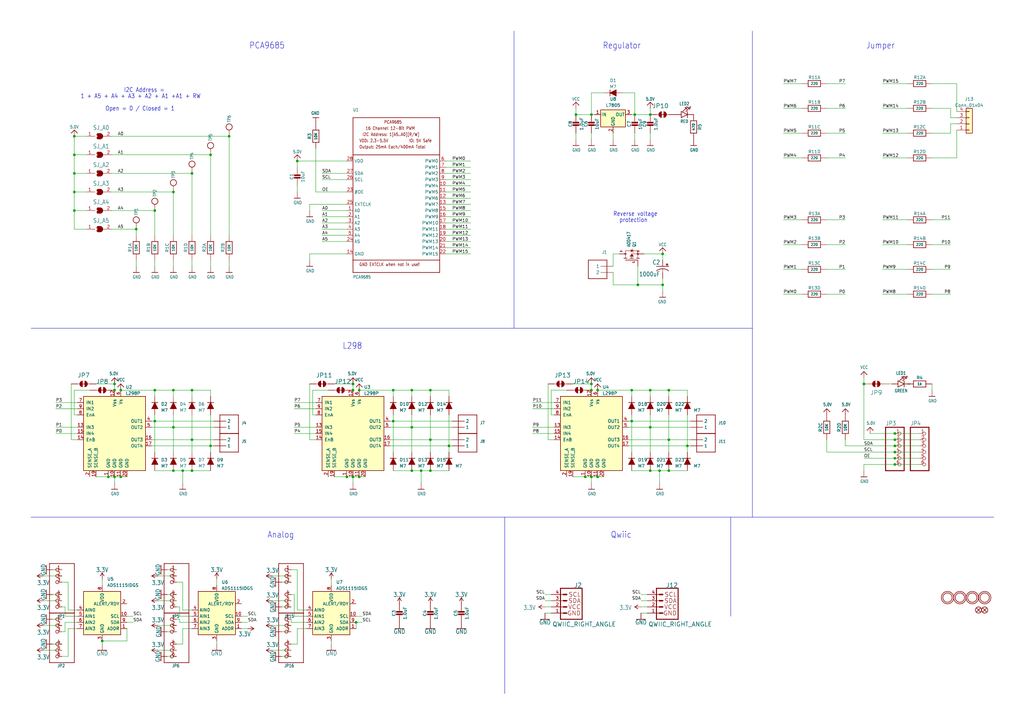
<source format=kicad_sch>
(kicad_sch (version 20230121) (generator eeschema)
  (paper "A3")
  (title_block (title "PCA9685+L298") (date "2023-04-09") (rev "0") (company "Hasatio"))
  (junction (at 367.03 182.88))
  (junction (at 144.78 157.48))
  (junction (at 266.7 175.26))
  (junction (at 245.11 195.58))
  (junction (at 49.53 160.02))
  (junction (at 78.74 193.04))
  (junction (at 161.29 172.72))
  (junction (at 281.94 182.88))
  (junction (at 367.03 185.42))
  (junction (at 242.57 195.58))
  (junction (at 78.74 180.34))
  (junction (at 30.48 78.74))
  (junction (at 259.08 160.02))
  (junction (at 46.99 157.48))
  (junction (at 266.7 193.04))
  (junction (at 71.12 160.02))
  (junction (at 274.32 193.04))
  (junction (at 30.48 63.5))
  (junction (at 367.03 180.34))
  (junction (at 55.88 93.98))
  (junction (at 184.15 182.88))
  (junction (at 354.33 157.48))
  (junction (at 245.11 160.02))
  (junction (at 242.57 157.48))
  (junction (at 271.78 104.14))
  (junction (at 274.32 160.02))
  (junction (at 63.5 172.72))
  (junction (at 144.78 160.02))
  (junction (at 144.78 195.58))
  (junction (at 41.91 262.89))
  (junction (at 260.35 46.99))
  (junction (at 86.36 63.5))
  (junction (at 44.45 195.58))
  (junction (at 261.62 116.84))
  (junction (at 271.78 116.84))
  (junction (at 71.12 78.74))
  (junction (at 266.7 160.02))
  (junction (at 168.91 193.04))
  (junction (at 74.93 193.04))
  (junction (at 147.32 160.02))
  (junction (at 30.48 71.12))
  (junction (at 49.53 195.58))
  (junction (at 242.57 160.02))
  (junction (at 46.99 195.58))
  (junction (at 236.22 46.99))
  (junction (at 168.91 160.02))
  (junction (at 30.48 86.36))
  (junction (at 172.72 193.04))
  (junction (at 121.92 66.04))
  (junction (at 176.53 180.34))
  (junction (at 30.48 55.88))
  (junction (at 71.12 193.04))
  (junction (at 274.32 180.34))
  (junction (at 46.99 160.02))
  (junction (at 78.74 160.02))
  (junction (at 176.53 193.04))
  (junction (at 270.51 193.04))
  (junction (at 168.91 175.26))
  (junction (at 71.12 175.26))
  (junction (at 147.32 195.58))
  (junction (at 161.29 160.02))
  (junction (at 266.7 46.99))
  (junction (at 367.03 190.5))
  (junction (at 367.03 187.96))
  (junction (at 367.03 177.8))
  (junction (at 86.36 182.88))
  (junction (at 146.05 255.27))
  (junction (at 176.53 160.02))
  (junction (at 142.24 195.58))
  (junction (at 78.74 71.12))
  (junction (at 93.98 55.88))
  (junction (at 63.5 160.02))
  (junction (at 63.5 86.36))
  (junction (at 240.03 195.58))
  (junction (at 259.08 172.72))
  (junction (at 242.57 46.99))
  (wire (pts (xy 21.59 254) (xy 25.4 254)))
  (wire (pts (xy 128.27 160.02) (xy 128.27 170.18)))
  (wire (pts (xy 142.24 88.9) (xy 132.08 88.9)) (stroke (width 0.1524)))
  (wire (pts (xy 29.21 180.34) (xy 31.75 180.34)))
  (wire (pts (xy 160.02 182.88) (xy 184.15 182.88)))
  (wire (pts (xy 281.94 160.02) (xy 274.32 160.02)))
  (wire (pts (xy 264.16 104.14) (xy 271.78 104.14)) (stroke (width 0.1524)))
  (wire (pts (xy 168.91 175.26) (xy 185.42 175.26)))
  (wire (pts (xy 382.27 157.48) (xy 382.27 160.02)) (stroke (width 0.1524)))
  (wire (pts (xy 242.57 157.48) (xy 242.57 160.02)))
  (wire (pts (xy 30.48 160.02) (xy 30.48 170.18)))
  (wire (pts (xy 328.93 120.65) (xy 321.31 120.65)) (stroke (width 0.1524)))
  (wire (pts (xy 161.29 172.72) (xy 185.42 172.72)))
  (wire (pts (xy 26.67 248.92) (xy 26.67 252.73)))
  (wire (pts (xy 135.89 237.49) (xy 135.89 240.03)))
  (wire (pts (xy 261.62 116.84) (xy 251.46 116.84)) (stroke (width 0.1524)))
  (wire (pts (xy 392.43 34.29) (xy 389.89 34.29)))
  (wire (pts (xy 26.67 255.27) (xy 26.67 259.08)))
  (wire (pts (xy 356.87 177.8) (xy 367.03 177.8)) (stroke (width 0.1524)))
  (wire (pts (xy 146.05 255.27) (xy 146.05 257.81)))
  (wire (pts (xy 377.19 187.96) (xy 367.03 187.96)) (stroke (width 0.1524)))
  (wire (pts (xy 78.74 180.34) (xy 87.63 180.34)))
  (wire (pts (xy 242.57 195.58) (xy 245.11 195.58)))
  (wire (pts (xy 54.61 255.27) (xy 52.07 255.27)))
  (wire (pts (xy 182.88 86.36) (xy 193.04 86.36)) (stroke (width 0.1524)))
  (wire (pts (xy 168.91 160.02) (xy 168.91 162.56)))
  (wire (pts (xy 31.75 177.8) (xy 22.86 177.8)) (stroke (width 0.1524)))
  (wire (pts (xy 176.53 180.34) (xy 185.42 180.34)))
  (wire (pts (xy 127 180.34) (xy 129.54 180.34)))
  (wire (pts (xy 176.53 180.34) (xy 176.53 185.42)))
  (wire (pts (xy 328.93 90.17) (xy 321.31 90.17)) (stroke (width 0.1524)))
  (wire (pts (xy 182.88 91.44) (xy 193.04 91.44)) (stroke (width 0.1524)))
  (wire (pts (xy 45.72 55.88) (xy 93.98 55.88)) (stroke (width 0.1524)))
  (wire (pts (xy 367.03 177.8) (xy 377.19 177.8)) (stroke (width 0.1524)))
  (wire (pts (xy 160.02 175.26) (xy 168.91 175.26)))
  (wire (pts (xy 142.24 78.74) (xy 129.54 78.74)) (stroke (width 0.1524)))
  (wire (pts (xy 21.59 243.84) (xy 25.4 243.84)))
  (wire (pts (xy 161.29 172.72) (xy 161.29 185.42)))
  (wire (pts (xy 25.4 269.24) (xy 27.94 269.24)))
  (wire (pts (xy 184.15 160.02) (xy 176.53 160.02)))
  (wire (pts (xy 328.93 100.33) (xy 321.31 100.33)) (stroke (width 0.1524)))
  (wire (pts (xy 270.51 193.04) (xy 270.51 198.12)))
  (wire (pts (xy 328.93 54.61) (xy 321.31 54.61)) (stroke (width 0.1524)))
  (wire (pts (xy 382.27 44.45) (xy 389.89 44.45)) (stroke (width 0.1524)))
  (wire (pts (xy 45.72 93.98) (xy 55.88 93.98)) (stroke (width 0.1524)))
  (wire (pts (xy 372.11 90.17) (xy 361.95 90.17)) (stroke (width 0.1524)))
  (wire (pts (xy 234.95 195.58) (xy 240.03 195.58)))
  (wire (pts (xy 142.24 73.66) (xy 132.08 73.66)) (stroke (width 0.1524)))
  (wire (pts (xy 62.23 175.26) (xy 71.12 175.26)))
  (wire (pts (xy 245.11 160.02) (xy 259.08 160.02)))
  (wire (pts (xy 73.66 252.73) (xy 78.74 252.73)))
  (wire (pts (xy 148.59 252.73) (xy 146.05 252.73)))
  (wire (pts (xy 266.7 193.04) (xy 270.51 193.04)))
  (wire (pts (xy 266.7 44.45) (xy 266.7 46.99)))
  (polyline (pts (xy 12.7 212.09) (xy 407.67 212.09)))
  (wire (pts (xy 71.12 175.26) (xy 71.12 185.42)))
  (wire (pts (xy 172.72 193.04) (xy 176.53 193.04)))
  (wire (pts (xy 270.51 193.04) (xy 274.32 193.04)))
  (wire (pts (xy 35.56 78.74) (xy 30.48 78.74)) (stroke (width 0.1524)))
  (wire (pts (xy 86.36 106.68) (xy 86.36 109.22)) (stroke (width 0.1524)))
  (wire (pts (xy 86.36 182.88) (xy 86.36 185.42)))
  (wire (pts (xy 127 83.82) (xy 127 86.36)) (stroke (width 0.1524)))
  (wire (pts (xy 93.98 55.88) (xy 93.98 96.52)) (stroke (width 0.1524)))
  (wire (pts (xy 182.88 81.28) (xy 193.04 81.28)) (stroke (width 0.1524)))
  (wire (pts (xy 321.31 44.45) (xy 328.93 44.45)) (stroke (width 0.1524)))
  (wire (pts (xy 266.7 160.02) (xy 266.7 162.56)))
  (wire (pts (xy 142.24 104.14) (xy 127 104.14)) (stroke (width 0.1524)))
  (wire (pts (xy 259.08 172.72) (xy 259.08 185.42)))
  (wire (pts (xy 257.81 180.34) (xy 274.32 180.34)))
  (wire (pts (xy 128.27 170.18) (xy 129.54 170.18)))
  (wire (pts (xy 176.53 160.02) (xy 176.53 162.56)))
  (wire (pts (xy 129.54 78.74) (xy 129.54 60.96)) (stroke (width 0.1524)))
  (wire (pts (xy 71.12 170.18) (xy 71.12 175.26)))
  (wire (pts (xy 161.29 160.02) (xy 161.29 162.56)))
  (wire (pts (xy 184.15 162.56) (xy 184.15 160.02)))
  (wire (pts (xy 55.88 106.68) (xy 55.88 109.22)) (stroke (width 0.1524)))
  (wire (pts (xy 223.52 248.92) (xy 226.06 248.92)))
  (wire (pts (xy 260.35 46.99) (xy 259.08 46.99)))
  (wire (pts (xy 63.5 160.02) (xy 63.5 162.56)))
  (wire (pts (xy 328.93 64.77) (xy 321.31 64.77)) (stroke (width 0.1524)))
  (wire (pts (xy 68.58 259.08) (xy 72.39 259.08)))
  (wire (pts (xy 259.08 172.72) (xy 283.21 172.72)))
  (wire (pts (xy 226.06 243.84) (xy 223.52 243.84)))
  (wire (pts (xy 339.09 185.42) (xy 339.09 180.34)) (stroke (width 0.1524)))
  (wire (pts (xy 36.83 160.02) (xy 30.48 160.02)))
  (wire (pts (xy 251.46 104.14) (xy 251.46 109.22)) (stroke (width 0.1524)))
  (wire (pts (xy 64.77 266.7) (xy 72.39 266.7)))
  (wire (pts (xy 255.27 38.1) (xy 260.35 38.1)))
  (wire (pts (xy 101.6 252.73) (xy 99.06 252.73)))
  (wire (pts (xy 30.48 71.12) (xy 30.48 63.5)) (stroke (width 0.1524)))
  (wire (pts (xy 21.59 264.16) (xy 25.4 264.16)))
  (wire (pts (xy 176.53 193.04) (xy 184.15 193.04)))
  (wire (pts (xy 257.81 182.88) (xy 281.94 182.88)))
  (wire (pts (xy 265.43 251.46) (xy 262.89 251.46)))
  (wire (pts (xy 121.92 66.04) (xy 121.92 68.58)) (stroke (width 0.1524)))
  (wire (pts (xy 86.36 162.56) (xy 86.36 160.02)))
  (wire (pts (xy 382.27 110.49) (xy 389.89 110.49)) (stroke (width 0.1524)))
  (wire (pts (xy 382.27 120.65) (xy 389.89 120.65)) (stroke (width 0.1524)))
  (wire (pts (xy 121.92 264.16) (xy 119.38 264.16)))
  (wire (pts (xy 262.89 248.92) (xy 265.43 248.92)))
  (wire (pts (xy 64.77 236.22) (xy 72.39 236.22)))
  (wire (pts (xy 377.19 190.5) (xy 367.03 190.5)) (stroke (width 0.1524)))
  (wire (pts (xy 78.74 71.12) (xy 78.74 96.52)) (stroke (width 0.1524)))
  (wire (pts (xy 17.78 266.7) (xy 25.4 266.7)))
  (wire (pts (xy 78.74 193.04) (xy 86.36 193.04)))
  (wire (pts (xy 29.21 157.48) (xy 29.21 180.34)))
  (wire (pts (xy 339.09 110.49) (xy 346.71 110.49)) (stroke (width 0.1524)))
  (wire (pts (xy 271.78 116.84) (xy 261.62 116.84)) (stroke (width 0.1524)))
  (wire (pts (xy 223.52 246.38) (xy 226.06 246.38)))
  (wire (pts (xy 328.93 34.29) (xy 321.31 34.29)) (stroke (width 0.1524)))
  (wire (pts (xy 78.74 255.27) (xy 73.66 255.27)))
  (wire (pts (xy 182.88 104.14) (xy 193.04 104.14)) (stroke (width 0.1524)))
  (wire (pts (xy 26.67 259.08) (xy 25.4 259.08)))
  (wire (pts (xy 283.21 182.88) (xy 281.94 182.88)))
  (wire (pts (xy 367.03 190.5) (xy 354.33 190.5)) (stroke (width 0.1524)))
  (wire (pts (xy 372.11 110.49) (xy 361.95 110.49)) (stroke (width 0.1524)))
  (wire (pts (xy 328.93 110.49) (xy 321.31 110.49)) (stroke (width 0.1524)))
  (wire (pts (xy 74.93 250.19) (xy 74.93 238.76)))
  (wire (pts (xy 121.92 257.81) (xy 125.73 257.81)))
  (wire (pts (xy 45.72 86.36) (xy 63.5 86.36)) (stroke (width 0.1524)))
  (polyline (pts (xy 207.01 284.48) (xy 207.01 212.09)))
  (wire (pts (xy 377.19 182.88) (xy 367.03 182.88)) (stroke (width 0.1524)))
  (wire (pts (xy 392.43 53.34) (xy 392.43 64.77)))
  (wire (pts (xy 148.59 255.27) (xy 146.05 255.27)))
  (wire (pts (xy 274.32 170.18) (xy 274.32 180.34)))
  (wire (pts (xy 46.99 195.58) (xy 46.99 198.12)))
  (wire (pts (xy 389.89 44.45) (xy 389.89 48.26)) (stroke (width 0.1524)))
  (wire (pts (xy 41.91 237.49) (xy 41.91 240.03)))
  (wire (pts (xy 142.24 71.12) (xy 132.08 71.12)) (stroke (width 0.1524)))
  (wire (pts (xy 372.11 54.61) (xy 361.95 54.61)) (stroke (width 0.1524)))
  (wire (pts (xy 144.78 195.58) (xy 147.32 195.58)))
  (wire (pts (xy 62.23 172.72) (xy 63.5 172.72)))
  (wire (pts (xy 227.33 167.64) (xy 218.44 167.64)) (stroke (width 0.1524)))
  (wire (pts (xy 52.07 257.81) (xy 52.07 262.89)))
  (wire (pts (xy 259.08 160.02) (xy 266.7 160.02)))
  (wire (pts (xy 101.6 257.81) (xy 99.06 257.81)))
  (wire (pts (xy 115.57 248.92) (xy 119.38 248.92)))
  (wire (pts (xy 182.88 96.52) (xy 193.04 96.52)) (stroke (width 0.1524)))
  (wire (pts (xy 247.65 38.1) (xy 242.57 38.1)))
  (wire (pts (xy 182.88 99.06) (xy 193.04 99.06)) (stroke (width 0.1524)))
  (wire (pts (xy 64.77 256.54) (xy 72.39 256.54)))
  (wire (pts (xy 161.29 193.04) (xy 168.91 193.04)))
  (wire (pts (xy 367.03 185.42) (xy 339.09 185.42)) (stroke (width 0.1524)))
  (wire (pts (xy 73.66 254) (xy 73.66 255.27)))
  (wire (pts (xy 232.41 160.02) (xy 226.06 160.02)))
  (wire (pts (xy 251.46 116.84) (xy 251.46 111.76)) (stroke (width 0.1524)))
  (wire (pts (xy 367.03 187.96) (xy 354.33 187.96)) (stroke (width 0.1524)))
  (wire (pts (xy 27.94 257.81) (xy 31.75 257.81)))
  (wire (pts (xy 121.92 250.19) (xy 121.92 233.68)))
  (wire (pts (xy 182.88 66.04) (xy 193.04 66.04)) (stroke (width 0.1524)))
  (wire (pts (xy 274.32 193.04) (xy 281.94 193.04)))
  (wire (pts (xy 240.03 195.58) (xy 242.57 195.58)))
  (wire (pts (xy 74.93 193.04) (xy 74.93 198.12)))
  (wire (pts (xy 147.32 195.58) (xy 149.86 195.58)))
  (wire (pts (xy 45.72 63.5) (xy 86.36 63.5)) (stroke (width 0.1524)))
  (wire (pts (xy 262.89 246.38) (xy 265.43 246.38)))
  (wire (pts (xy 142.24 91.44) (xy 132.08 91.44)) (stroke (width 0.1524)))
  (wire (pts (xy 259.08 160.02) (xy 259.08 162.56)))
  (wire (pts (xy 266.7 160.02) (xy 274.32 160.02)))
  (wire (pts (xy 62.23 180.34) (xy 78.74 180.34)))
  (wire (pts (xy 266.7 57.15) (xy 266.7 54.61)))
  (wire (pts (xy 46.99 157.48) (xy 46.99 160.02)))
  (wire (pts (xy 372.11 34.29) (xy 361.95 34.29)) (stroke (width 0.1524)))
  (wire (pts (xy 365.76 157.48) (xy 364.49 157.48)))
  (wire (pts (xy 372.11 44.45) (xy 361.95 44.45)) (stroke (width 0.1524)))
  (wire (pts (xy 142.24 93.98) (xy 132.08 93.98)) (stroke (width 0.1524)))
  (wire (pts (xy 74.93 250.19) (xy 78.74 250.19)))
  (wire (pts (xy 120.65 252.73) (xy 120.65 243.84)))
  (wire (pts (xy 274.32 160.02) (xy 274.32 162.56)))
  (wire (pts (xy 227.33 177.8) (xy 218.44 177.8)) (stroke (width 0.1524)))
  (wire (pts (xy 142.24 86.36) (xy 132.08 86.36)) (stroke (width 0.1524)))
  (wire (pts (xy 72.39 238.76) (xy 74.93 238.76)))
  (wire (pts (xy 377.19 185.42) (xy 367.03 185.42)) (stroke (width 0.1524)))
  (wire (pts (xy 127 104.14) (xy 127 106.68)) (stroke (width 0.1524)))
  (wire (pts (xy 49.53 160.02) (xy 63.5 160.02)))
  (wire (pts (xy 161.29 160.02) (xy 168.91 160.02)))
  (wire (pts (xy 372.11 120.65) (xy 361.95 120.65)) (stroke (width 0.1524)))
  (wire (pts (xy 142.24 195.58) (xy 144.78 195.58)))
  (wire (pts (xy 78.74 180.34) (xy 78.74 185.42)))
  (wire (pts (xy 184.15 182.88) (xy 184.15 185.42)))
  (wire (pts (xy 31.75 175.26) (xy 22.86 175.26)) (stroke (width 0.1524)))
  (wire (pts (xy 121.92 66.04) (xy 142.24 66.04)) (stroke (width 0.1524)))
  (wire (pts (xy 87.63 182.88) (xy 86.36 182.88)))
  (wire (pts (xy 259.08 170.18) (xy 259.08 172.72)))
  (wire (pts (xy 260.35 57.15) (xy 260.35 54.61)))
  (wire (pts (xy 63.5 170.18) (xy 63.5 172.72)))
  (wire (pts (xy 39.37 157.48) (xy 46.99 157.48)))
  (wire (pts (xy 251.46 57.15) (xy 251.46 54.61)))
  (wire (pts (xy 121.92 76.2) (xy 121.92 78.74)) (stroke (width 0.1524)))
  (polyline (pts (xy 12.7 134.62) (xy 308.61 134.62)))
  (wire (pts (xy 226.06 170.18) (xy 227.33 170.18)))
  (wire (pts (xy 392.43 45.72) (xy 392.43 34.29)))
  (wire (pts (xy 242.57 38.1) (xy 242.57 46.99)))
  (wire (pts (xy 161.29 170.18) (xy 161.29 172.72)))
  (wire (pts (xy 17.78 236.22) (xy 25.4 236.22)))
  (wire (pts (xy 17.78 246.38) (xy 25.4 246.38)))
  (wire (pts (xy 142.24 96.52) (xy 132.08 96.52)) (stroke (width 0.1524)))
  (wire (pts (xy 30.48 93.98) (xy 30.48 86.36)) (stroke (width 0.1524)))
  (wire (pts (xy 266.7 175.26) (xy 283.21 175.26)))
  (wire (pts (xy 274.32 180.34) (xy 283.21 180.34)))
  (wire (pts (xy 182.88 71.12) (xy 193.04 71.12)) (stroke (width 0.1524)))
  (wire (pts (xy 176.53 170.18) (xy 176.53 180.34)))
  (wire (pts (xy 86.36 160.02) (xy 78.74 160.02)))
  (wire (pts (xy 137.16 195.58) (xy 142.24 195.58)))
  (wire (pts (xy 185.42 182.88) (xy 184.15 182.88)))
  (wire (pts (xy 74.93 257.81) (xy 74.93 264.16)))
  (wire (pts (xy 54.61 252.73) (xy 52.07 252.73)))
  (wire (pts (xy 182.88 88.9) (xy 193.04 88.9)) (stroke (width 0.1524)))
  (wire (pts (xy 55.88 93.98) (xy 55.88 96.52)) (stroke (width 0.1524)))
  (wire (pts (xy 182.88 83.82) (xy 193.04 83.82)) (stroke (width 0.1524)))
  (wire (pts (xy 31.75 165.1) (xy 22.86 165.1)) (stroke (width 0.1524)))
  (wire (pts (xy 160.02 180.34) (xy 176.53 180.34)))
  (wire (pts (xy 25.4 238.76) (xy 27.94 238.76)))
  (wire (pts (xy 182.88 93.98) (xy 193.04 93.98)) (stroke (width 0.1524)))
  (wire (pts (xy 137.16 157.48) (xy 144.78 157.48)))
  (wire (pts (xy 377.19 180.34) (xy 367.03 180.34)) (stroke (width 0.1524)))
  (wire (pts (xy 281.94 182.88) (xy 281.94 185.42)))
  (polyline (pts (xy 210.82 134.62) (xy 210.82 12.7)))
  (wire (pts (xy 346.71 182.88) (xy 346.71 180.34)) (stroke (width 0.1524)))
  (wire (pts (xy 71.12 160.02) (xy 71.12 162.56)))
  (wire (pts (xy 389.89 48.26) (xy 392.43 48.26)) (stroke (width 0.1524)))
  (wire (pts (xy 168.91 160.02) (xy 176.53 160.02)))
  (wire (pts (xy 129.54 175.26) (xy 120.65 175.26)) (stroke (width 0.1524)))
  (wire (pts (xy 339.09 54.61) (xy 346.71 54.61)) (stroke (width 0.1524)))
  (wire (pts (xy 234.95 157.48) (xy 242.57 157.48)))
  (wire (pts (xy 35.56 63.5) (xy 30.48 63.5)) (stroke (width 0.1524)))
  (wire (pts (xy 281.94 162.56) (xy 281.94 160.02)))
  (wire (pts (xy 257.81 175.26) (xy 266.7 175.26)))
  (wire (pts (xy 78.74 170.18) (xy 78.74 180.34)))
  (wire (pts (xy 72.39 264.16) (xy 74.93 264.16)))
  (wire (pts (xy 339.09 90.17) (xy 346.71 90.17)) (stroke (width 0.1524)))
  (wire (pts (xy 86.36 63.5) (xy 86.36 96.52)) (stroke (width 0.1524)))
  (wire (pts (xy 339.09 64.77) (xy 346.71 64.77)) (stroke (width 0.1524)))
  (wire (pts (xy 111.76 246.38) (xy 119.38 246.38)))
  (wire (pts (xy 382.27 54.61) (xy 389.89 54.61)) (stroke (width 0.1524)))
  (wire (pts (xy 242.57 46.99) (xy 243.84 46.99)))
  (wire (pts (xy 182.88 101.6) (xy 193.04 101.6)) (stroke (width 0.1524)))
  (wire (pts (xy 257.81 172.72) (xy 259.08 172.72)))
  (wire (pts (xy 339.09 34.29) (xy 346.71 34.29)) (stroke (width 0.1524)))
  (wire (pts (xy 182.88 73.66) (xy 193.04 73.66)) (stroke (width 0.1524)))
  (wire (pts (xy 382.27 64.77) (xy 389.89 64.77)) (stroke (width 0.1524)))
  (wire (pts (xy 49.53 195.58) (xy 52.07 195.58)))
  (wire (pts (xy 63.5 193.04) (xy 71.12 193.04)))
  (wire (pts (xy 372.11 100.33) (xy 361.95 100.33)) (stroke (width 0.1524)))
  (wire (pts (xy 88.9 264.16) (xy 88.9 262.89)))
  (wire (pts (xy 31.75 167.64) (xy 22.86 167.64)) (stroke (width 0.1524)))
  (wire (pts (xy 389.89 50.8) (xy 392.43 50.8)) (stroke (width 0.1524)))
  (wire (pts (xy 392.43 64.77) (xy 389.89 64.77)))
  (wire (pts (xy 30.48 170.18) (xy 31.75 170.18)))
  (wire (pts (xy 125.73 252.73) (xy 120.65 252.73)))
  (wire (pts (xy 271.78 114.3) (xy 271.78 116.84)) (stroke (width 0.1524)))
  (wire (pts (xy 68.58 233.68) (xy 72.39 233.68)))
  (wire (pts (xy 227.33 165.1) (xy 218.44 165.1)) (stroke (width 0.1524)))
  (wire (pts (xy 242.57 195.58) (xy 242.57 198.12)))
  (wire (pts (xy 182.88 78.74) (xy 193.04 78.74)) (stroke (width 0.1524)))
  (wire (pts (xy 147.32 160.02) (xy 161.29 160.02)))
  (wire (pts (xy 78.74 106.68) (xy 78.74 109.22)) (stroke (width 0.1524)))
  (wire (pts (xy 382.27 90.17) (xy 389.89 90.17)) (stroke (width 0.1524)))
  (wire (pts (xy 115.57 269.24) (xy 119.38 269.24)))
  (wire (pts (xy 367.03 182.88) (xy 346.71 182.88)) (stroke (width 0.1524)))
  (wire (pts (xy 142.24 99.06) (xy 132.08 99.06)) (stroke (width 0.1524)))
  (wire (pts (xy 35.56 55.88) (xy 30.48 55.88)) (stroke (width 0.1524)))
  (wire (pts (xy 52.07 262.89) (xy 41.91 262.89)))
  (wire (pts (xy 119.38 255.27) (xy 119.38 254)))
  (wire (pts (xy 27.94 250.19) (xy 27.94 238.76)))
  (wire (pts (xy 78.74 160.02) (xy 78.74 162.56)))
  (wire (pts (xy 224.79 157.48) (xy 224.79 180.34)))
  (wire (pts (xy 144.78 195.58) (xy 144.78 198.12)))
  (wire (pts (xy 134.62 160.02) (xy 128.27 160.02)))
  (wire (pts (xy 46.99 195.58) (xy 49.53 195.58)))
  (wire (pts (xy 30.48 78.74) (xy 30.48 71.12)) (stroke (width 0.1524)))
  (wire (pts (xy 172.72 193.04) (xy 172.72 198.12)))
  (wire (pts (xy 354.33 190.5) (xy 354.33 193.04)) (stroke (width 0.1524)))
  (wire (pts (xy 35.56 71.12) (xy 30.48 71.12)) (stroke (width 0.1524)))
  (wire (pts (xy 226.06 251.46) (xy 223.52 251.46)))
  (wire (pts (xy 45.72 71.12) (xy 78.74 71.12)) (stroke (width 0.1524)))
  (wire (pts (xy 71.12 193.04) (xy 74.93 193.04)))
  (wire (pts (xy 129.54 167.64) (xy 120.65 167.64)) (stroke (width 0.1524)))
  (wire (pts (xy 88.9 237.49) (xy 88.9 240.03)))
  (wire (pts (xy 71.12 175.26) (xy 87.63 175.26)))
  (wire (pts (xy 389.89 54.61) (xy 389.89 50.8)) (stroke (width 0.1524)))
  (wire (pts (xy 101.6 255.27) (xy 99.06 255.27)))
  (wire (pts (xy 63.5 160.02) (xy 71.12 160.02)))
  (wire (pts (xy 260.35 38.1) (xy 260.35 46.99)))
  (wire (pts (xy 382.27 34.29) (xy 389.89 34.29)) (stroke (width 0.1524)))
  (wire (pts (xy 74.93 193.04) (xy 78.74 193.04)))
  (wire (pts (xy 367.03 180.34) (xy 354.33 180.34)) (stroke (width 0.1524)))
  (wire (pts (xy 111.76 236.22) (xy 119.38 236.22)))
  (wire (pts (xy 71.12 106.68) (xy 71.12 109.22)) (stroke (width 0.1524)))
  (wire (pts (xy 224.79 180.34) (xy 227.33 180.34)))
  (wire (pts (xy 254 104.14) (xy 251.46 104.14)) (stroke (width 0.1524)))
  (wire (pts (xy 245.11 195.58) (xy 247.65 195.58)))
  (wire (pts (xy 129.54 165.1) (xy 120.65 165.1)) (stroke (width 0.1524)))
  (wire (pts (xy 62.23 182.88) (xy 86.36 182.88)))
  (wire (pts (xy 271.78 104.14) (xy 271.78 106.68)) (stroke (width 0.1524)))
  (wire (pts (xy 30.48 86.36) (xy 30.48 78.74)) (stroke (width 0.1524)))
  (wire (pts (xy 27.94 250.19) (xy 31.75 250.19)))
  (wire (pts (xy 144.78 157.48) (xy 144.78 160.02)))
  (wire (pts (xy 44.45 195.58) (xy 46.99 195.58)))
  (wire (pts (xy 226.06 160.02) (xy 226.06 170.18)))
  (wire (pts (xy 121.92 233.68) (xy 119.38 233.68)))
  (wire (pts (xy 26.67 248.92) (xy 25.4 248.92)))
  (wire (pts (xy 27.94 257.81) (xy 27.94 269.24)))
  (wire (pts (xy 339.09 100.33) (xy 346.71 100.33)) (stroke (width 0.1524)))
  (wire (pts (xy 45.72 78.74) (xy 71.12 78.74)) (stroke (width 0.1524)))
  (wire (pts (xy 127 157.48) (xy 127 180.34)))
  (wire (pts (xy 260.35 46.99) (xy 266.7 46.99)))
  (wire (pts (xy 71.12 78.74) (xy 71.12 96.52)) (stroke (width 0.1524)))
  (wire (pts (xy 242.57 57.15) (xy 242.57 54.61)))
  (wire (pts (xy 271.78 116.84) (xy 271.78 119.38)) (stroke (width 0.1524)))
  (polyline (pts (xy 308.61 212.09) (xy 308.61 134.62)))
  (wire (pts (xy 261.62 109.22) (xy 261.62 116.84)) (stroke (width 0.1524)))
  (wire (pts (xy 115.57 259.08) (xy 119.38 259.08)))
  (wire (pts (xy 168.91 170.18) (xy 168.91 175.26)))
  (wire (pts (xy 236.22 57.15) (xy 236.22 54.61)))
  (wire (pts (xy 68.58 269.24) (xy 72.39 269.24)))
  (wire (pts (xy 71.12 160.02) (xy 78.74 160.02)))
  (wire (pts (xy 115.57 238.76) (xy 119.38 238.76)))
  (wire (pts (xy 354.33 180.34) (xy 354.33 157.48)) (stroke (width 0.1524)))
  (wire (pts (xy 35.56 93.98) (xy 30.48 93.98)) (stroke (width 0.1524)))
  (wire (pts (xy 39.37 195.58) (xy 44.45 195.58)))
  (wire (pts (xy 266.7 170.18) (xy 266.7 175.26)))
  (wire (pts (xy 30.48 63.5) (xy 30.48 55.88)) (stroke (width 0.1524)))
  (wire (pts (xy 73.66 248.92) (xy 72.39 248.92)))
  (wire (pts (xy 93.98 106.68) (xy 93.98 109.22)) (stroke (width 0.1524)))
  (wire (pts (xy 21.59 233.68) (xy 25.4 233.68)))
  (wire (pts (xy 259.08 193.04) (xy 266.7 193.04)))
  (wire (pts (xy 121.92 257.81) (xy 121.92 264.16)))
  (wire (pts (xy 31.75 255.27) (xy 26.67 255.27)))
  (wire (pts (xy 236.22 44.45) (xy 236.22 46.99)))
  (wire (pts (xy 265.43 243.84) (xy 262.89 243.84)))
  (wire (pts (xy 63.5 106.68) (xy 63.5 109.22)) (stroke (width 0.1524)))
  (wire (pts (xy 184.15 170.18) (xy 184.15 182.88)))
  (wire (pts (xy 17.78 256.54) (xy 25.4 256.54)))
  (wire (pts (xy 382.27 100.33) (xy 389.89 100.33)) (stroke (width 0.1524)))
  (wire (pts (xy 339.09 44.45) (xy 346.71 44.45)) (stroke (width 0.1524)))
  (wire (pts (xy 168.91 175.26) (xy 168.91 185.42)))
  (wire (pts (xy 73.66 248.92) (xy 73.66 252.73)))
  (wire (pts (xy 227.33 175.26) (xy 218.44 175.26)) (stroke (width 0.1524)))
  (wire (pts (xy 111.76 266.7) (xy 119.38 266.7)))
  (wire (pts (xy 120.65 243.84) (xy 119.38 243.84)))
  (wire (pts (xy 68.58 243.84) (xy 72.39 243.84)))
  (wire (pts (xy 41.91 264.16) (xy 41.91 262.89)))
  (wire (pts (xy 372.11 64.77) (xy 361.95 64.77)) (stroke (width 0.1524)))
  (wire (pts (xy 111.76 256.54) (xy 119.38 256.54)))
  (wire (pts (xy 121.92 250.19) (xy 125.73 250.19)))
  (wire (pts (xy 168.91 193.04) (xy 172.72 193.04)))
  (wire (pts (xy 182.88 76.2) (xy 193.04 76.2)) (stroke (width 0.1524)))
  (wire (pts (xy 74.93 257.81) (xy 78.74 257.81)))
  (polyline (pts (xy 308.61 134.62) (xy 308.61 12.7)))
  (wire (pts (xy 281.94 170.18) (xy 281.94 182.88)))
  (wire (pts (xy 182.88 68.58) (xy 193.04 68.58)) (stroke (width 0.1524)))
  (wire (pts (xy 266.7 175.26) (xy 266.7 185.42)))
  (wire (pts (xy 125.73 255.27) (xy 119.38 255.27)))
  (wire (pts (xy 64.77 246.38) (xy 72.39 246.38)))
  (wire (pts (xy 72.39 254) (xy 73.66 254)))
  (wire (pts (xy 160.02 172.72) (xy 161.29 172.72)))
  (wire (pts (xy 142.24 83.82) (xy 127 83.82)) (stroke (width 0.1524)))
  (wire (pts (xy 135.89 264.16) (xy 135.89 262.89)))
  (wire (pts (xy 63.5 172.72) (xy 63.5 185.42)))
  (wire (pts (xy 35.56 86.36) (xy 30.48 86.36)) (stroke (width 0.1524)))
  (wire (pts (xy 26.67 252.73) (xy 31.75 252.73)))
  (wire (pts (xy 63.5 86.36) (xy 63.5 96.52)) (stroke (width 0.1524)))
  (wire (pts (xy 236.22 46.99) (xy 242.57 46.99)))
  (wire (pts (xy 63.5 172.72) (xy 87.63 172.72)))
  (wire (pts (xy 129.54 177.8) (xy 120.65 177.8)) (stroke (width 0.1524)))
  (wire (pts (xy 274.32 180.34) (xy 274.32 185.42)))
  (wire (pts (xy 339.09 120.65) (xy 346.71 120.65)) (stroke (width 0.1524)))
  (wire (pts (xy 86.36 170.18) (xy 86.36 182.88)))
  (wire (pts (xy 354.33 157.48) (xy 354.33 154.94)) (stroke (width 0.1524)))
  (wire (pts (xy 373.38 157.48) (xy 372.11 157.48)))
  (polyline (pts (xy 299.72 252.73) (xy 299.72 212.09)))
  (text "1 + A5 + A4 + A3 + A2 + A1 +A1 + RW" (at 33.02 40.64 0) (effects (font (size 1.778 1.5113)) (justify left bottom)))
  (text "I2C Address =" (at 50.8 38.1 0) (effects (font (size 1.778 1.5113)) (justify left bottom)))
  (text "Analog\n" (at 120.65 220.98 0) (effects (font (size 2.54 2.159)) (justify right bottom)))
  (text "Qwiic\n" (at 259.08 220.98 0) (effects (font (size 2.54 2.159)) (justify right bottom)))
  (text "L298" (at 148.59 143.51 0) (effects (font (size 2.54 2.159)) (justify right bottom)))
  (text "Open = 0 / Closed = 1" (at 43.18 45.72 0) (effects (font (size 1.778 1.5113)) (justify left bottom)))
  (text "Regulator" (at 262.89 20.32 0) (effects (font (size 2.54 2.159)) (justify right bottom)))
  (text "PCA9685\n" (at 116.84 20.32 0) (effects (font (size 2.54 2.159)) (justify right bottom)))
  (text "Reverse voltage" (at 251.46 88.9 0) (effects (font (size 1.778 1.5113)) (justify left bottom)))
  (text "protection" (at 254 91.44 0) (effects (font (size 1.778 1.5113)) (justify left bottom)))
  (text "Jumper\n" (at 367.03 20.32 0) (effects (font (size 2.54 2.159)) (justify right bottom)))
  (label "SCL" (at 262.89 243.84 180) (effects (font (size 1.2446 1.2446))))
  (label "PWM8" (at 361.95 120.65 0) (effects (font (size 1.2446 1.2446))))
  (label "P1" (at 22.86 175.26 0) (effects (font (size 1.2446 1.2446))))
  (label "P2" (at 22.86 167.64 0) (effects (font (size 1.2446 1.2446))))
  (label "PWM4" (at 321.31 64.77 0) (effects (font (size 1.2446 1.2446))))
  (label "PWM9" (at 185.42 88.9 0) (effects (font (size 1.2446 1.2446))))
  (label "OE" (at 132.08 78.74 0) (effects (font (size 1.2446 1.2446))))
  (label "PWM4" (at 185.42 76.2 0) (effects (font (size 1.2446 1.2446))))
  (label "P8" (at 389.89 120.65 180) (effects (font (size 1.2446 1.2446))))
  (label "A1" (at 132.08 88.9 0) (effects (font (size 1.2446 1.2446))))
  (label "SDA" (at 132.08 71.12 0) (effects (font (size 1.2446 1.2446))))
  (label "P4" (at 120.65 177.8 0) (effects (font (size 1.2446 1.2446))))
  (label "P1" (at 346.71 110.49 180) (effects (font (size 1.2446 1.2446))))
  (label "SCL" (at 223.52 243.84 180) (effects (font (size 1.2446 1.2446))))
  (label "PWM3" (at 185.42 73.66 0) (effects (font (size 1.2446 1.2446))))
  (label "P8" (at 218.44 177.8 0) (effects (font (size 1.2446 1.2446))))
  (label "P4" (at 346.71 64.77 180) (effects (font (size 1.2446 1.2446))))
  (label "PWM2" (at 185.42 71.12 0) (effects (font (size 1.2446 1.2446))))
  (label "A0" (at 48.26 55.88 0) (effects (font (size 1.2446 1.2446))))
  (label "PWM8" (at 185.42 86.36 0) (effects (font (size 1.2446 1.2446))))
  (label "PWM6" (at 185.42 81.28 0) (effects (font (size 1.2446 1.2446))))
  (label "P11" (at 389.89 90.17 180) (effects (font (size 1.2446 1.2446))))
  (label "P2" (at 346.71 100.33 180) (effects (font (size 1.2446 1.2446))))
  (label "OE" (at 354.33 187.96 0) (effects (font (size 1.2446 1.2446))))
  (label "PWM1" (at 185.42 68.58 0) (effects (font (size 1.2446 1.2446))))
  (label "P5" (at 120.65 175.26 0) (effects (font (size 1.2446 1.2446))))
  (label "A5" (at 132.08 99.06 0) (effects (font (size 1.2446 1.2446))))
  (label "A4" (at 48.26 86.36 0) (effects (font (size 1.2446 1.2446))))
  (label "PWM12" (at 185.42 96.52 0) (effects (font (size 1.2446 1.2446))))
  (label "PWM2" (at 321.31 100.33 0) (effects (font (size 1.2446 1.2446))))
  (label "SDA" (at 354.33 182.88 0) (effects (font (size 1.2446 1.2446))))
  (label "P3" (at 346.71 90.17 180) (effects (font (size 1.2446 1.2446))))
  (label "PWM12" (at 361.95 64.77 0) (effects (font (size 1.2446 1.2446))))
  (label "PWM9" (at 361.95 110.49 0) (effects (font (size 1.2446 1.2446))))
  (label "P7" (at 346.71 34.29 180) (effects (font (size 1.2446 1.2446))))
  (label "P0" (at 22.86 177.8 0) (effects (font (size 1.2446 1.2446))))
  (label "P11" (at 218.44 165.1 0) (effects (font (size 1.2446 1.2446))))
  (label "PWM7" (at 321.31 34.29 0) (effects (font (size 1.2446 1.2446))))
  (label "A5" (at 48.26 93.98 0) (effects (font (size 1.2446 1.2446))))
  (label "A1" (at 48.26 63.5 0) (effects (font (size 1.2446 1.2446))))
  (label "PWM14" (at 185.42 101.6 0) (effects (font (size 1.2446 1.2446))))
  (label "PWM6" (at 321.31 44.45 0) (effects (font (size 1.2446 1.2446))))
  (label "PWM1" (at 321.31 110.49 0) (effects (font (size 1.2446 1.2446))))
  (label "SCL" (at 101.6 252.73 0) (effects (font (size 1.2446 1.2446))))
  (label "P6" (at 120.65 167.64 0) (effects (font (size 1.2446 1.2446))))
  (label "A4" (at 132.08 96.52 0) (effects (font (size 1.2446 1.2446))))
  (label "PWM5" (at 321.31 54.61 0) (effects (font (size 1.2446 1.2446))))
  (label "PWM11" (at 361.95 90.17 0) (effects (font (size 1.2446 1.2446))))
  (label "SDA" (at 101.6 255.27 0) (effects (font (size 1.2446 1.2446))))
  (label "P0" (at 346.71 120.65 180) (effects (font (size 1.2446 1.2446))))
  (label "P10" (at 389.89 100.33 180) (effects (font (size 1.2446 1.2446))))
  (label "PWM5" (at 185.42 78.74 0) (effects (font (size 1.2446 1.2446))))
  (label "PWM13" (at 185.42 99.06 0) (effects (font (size 1.2446 1.2446))))
  (label "P10" (at 218.44 167.64 0) (effects (font (size 1.2446 1.2446))))
  (label "P3" (at 22.86 165.1 0) (effects (font (size 1.2446 1.2446))))
  (label "A2" (at 132.08 91.44 0) (effects (font (size 1.2446 1.2446))))
  (label "PWM0" (at 321.31 120.65 0) (effects (font (size 1.2446 1.2446))))
  (label "PWM13" (at 361.95 54.61 0) (effects (font (size 1.2446 1.2446))))
  (label "PWM10" (at 361.95 100.33 0) (effects (font (size 1.2446 1.2446))))
  (label "SCL" (at 132.08 73.66 0) (effects (font (size 1.2446 1.2446))))
  (label "SCL" (at 354.33 185.42 0) (effects (font (size 1.2446 1.2446))))
  (label "PWM15" (at 185.42 104.14 0) (effects (font (size 1.2446 1.2446))))
  (label "PWM7" (at 185.42 83.82 0) (effects (font (size 1.2446 1.2446))))
  (label "P9" (at 218.44 175.26 0) (effects (font (size 1.2446 1.2446))))
  (label "PWM15" (at 361.95 34.29 0) (effects (font (size 1.2446 1.2446))))
  (label "P6" (at 346.71 44.45 180) (effects (font (size 1.2446 1.2446))))
  (label "SDA" (at 54.61 255.27 0) (effects (font (size 1.2446 1.2446))))
  (label "PWM3" (at 321.31 90.17 0) (effects (font (size 1.2446 1.2446))))
  (label "A0" (at 132.08 86.36 0) (effects (font (size 1.2446 1.2446))))
  (label "P7" (at 120.65 165.1 0) (effects (font (size 1.2446 1.2446))))
  (label "A3" (at 48.26 78.74 0) (effects (font (size 1.2446 1.2446))))
  (label "PWM10" (at 185.42 91.44 0) (effects (font (size 1.2446 1.2446))))
  (label "SDA" (at 148.59 252.73 0) (effects (font (size 1.2446 1.2446))))
  (label "PWM0" (at 185.42 66.04 0) (effects (font (size 1.2446 1.2446))))
  (label "P9" (at 389.89 110.49 180) (effects (font (size 1.2446 1.2446))))
  (label "SCL" (at 148.59 255.27 0) (effects (font (size 1.2446 1.2446))))
  (label "A2" (at 48.26 71.12 0) (effects (font (size 1.2446 1.2446))))
  (label "SDA" (at 223.52 246.38 180) (effects (font (size 1.2446 1.2446))))
  (label "A3" (at 132.08 93.98 0) (effects (font (size 1.2446 1.2446))))
  (label "SCL" (at 54.61 252.73 0) (effects (font (size 1.2446 1.2446))))
  (label "PWM14" (at 361.95 44.45 0) (effects (font (size 1.2446 1.2446))))
  (label "SDA" (at 262.89 246.38 180) (effects (font (size 1.2446 1.2446))))
  (label "PWM11" (at 185.42 93.98 0) (effects (font (size 1.2446 1.2446))))
  (label "P5" (at 346.71 54.61 180) (effects (font (size 1.2446 1.2446))))
  (symbol (lib_id "PCM_Diode_AKL:M7") (at 161.29 166.37 90) (unit 1)
    (property "Reference" "D10" (at 163.83 165.735 90) (effects (justify right)))
    (property "Value" "M7" (at 163.83 168.275 90) (effects (justify right)))
    (property "Footprint" "Diode_SMD:D_SMA" (effects hide))
    (property "Datasheet" "https://www.tme.eu/Document/0550e9bf27627c5cdfb653945cb570ca/m1-m7.pdf" (effects hide))
  )
  (symbol (lib_id "SparkFun ESP32 Thing Plus C-eagle-import:JUMPER-SMT_2_NC_TRACE_SILK") (at 132.08 157.48 0) (unit 1)
    (property "Reference" "JP11" (at 129.54 154.94 0) (effects (font (size 1.778 1.778)) (justify left bottom)))
    (property "Value" "JUMPER-SMT_2_NC_TRACE_SILK" (effects hide))
    (property "Footprint" "OLIMEX_Jumpers-FP:SJ_Closed" (effects hide))
  )
  (symbol (lib_id "SparkFun ESP32 Thing Plus C-eagle-import:GND") (at 19.05 243.84 270) (unit 1)
    (property "Reference" "#GND011" (effects hide))
    (property "Value" "GND" (at 18.796 243.84 0) (effects (font (size 1.778 1.5113)) (justify top)))
    (property "Footprint" "SparkFun ESP32 Thing Plus C:" (effects hide))
  )
  (symbol (lib_id "SparkFun ESP32 Thing Plus C-eagle-import:3.3V") (at 111.76 246.38 90) (mirror x) (unit 1)
    (property "Reference" "#SUPPLY019" (effects hide))
    (property "Value" "3.3V" (at 111.76 245.11 90) (effects (font (size 1.778 1.5113)) (justify bottom)))
    (property "Footprint" "SparkFun ESP32 Thing Plus C:" (effects hide))
  )
  (symbol (lib_id "Adafruit PCA9685 rev C-eagle-import:GND") (at 266.7 59.69 0) (unit 1)
    (property "Reference" "#U$055" (effects hide))
    (property "Value" "GND" (at 265.176 62.23 0) (effects (font (size 1.27 1.0795)) (justify left bottom)))
  )
  (symbol (lib_id "SparkFun ESP32 Thing Plus C-eagle-import:GND") (at 176.53 257.81 0) (unit 1)
    (property "Reference" "#GND06" (effects hide))
    (property "Value" "GND" (at 176.53 258.064 0) (effects (font (size 1.778 1.5113)) (justify top)))
    (property "Footprint" "SparkFun ESP32 Thing Plus C:" (effects hide))
  )
  (symbol (lib_id "SparkFun ESP32 Thing Plus C-eagle-import:3.3V") (at 111.76 256.54 90) (mirror x) (unit 1)
    (property "Reference" "#SUPPLY020" (effects hide))
    (property "Value" "3.3V" (at 111.76 255.27 90) (effects (font (size 1.778 1.5113)) (justify bottom)))
    (property "Footprint" "SparkFun ESP32 Thing Plus C:" (effects hide))
  )
  (symbol (lib_id "Adafruit PCA9685 rev C-eagle-import:VCC") (at 271.78 101.6 0) (unit 1)
    (property "Reference" "#P+05" (effects hide))
    (property "Value" "VCC" (at 271.78 100.33 0) (effects (font (size 1.27 1.0795))))
  )
  (symbol (lib_id "PCM_Diode_AKL:M7") (at 168.91 189.23 90) (unit 1)
    (property "Reference" "D13" (at 171.45 188.595 90) (effects (justify right)))
    (property "Value" "M7" (at 171.45 191.135 90) (effects (justify right)))
    (property "Footprint" "Diode_SMD:D_SMA" (effects hide))
    (property "Datasheet" "https://www.tme.eu/Document/0550e9bf27627c5cdfb653945cb570ca/m1-m7.pdf" (effects hide))
  )
  (symbol (lib_id "Adafruit PCA9685 rev C-eagle-import:LED0805_NOOUTLINE") (at 281.94 46.99 0) (unit 1)
    (property "Reference" "LED2" (at 280.67 42.545 0) (effects (font (size 1.27 1.0795))))
    (property "Value" "RED" (at 280.67 49.784 0) (effects (font (size 1.27 1.0795))))
    (property "Footprint" "Adafruit PCA9685 rev C:CHIPLED_0805_NOOUTLINE" (effects hide))
  )
  (symbol (lib_id "Driver_Motor:L298P") (at 144.78 177.8 0) (unit 1)
    (property "Reference" "U3" (at 149.2759 158.75 0) (effects (justify left)))
    (property "Value" "L298P" (at 149.2759 161.29 0) (effects (justify left)))
    (property "Datasheet" "http://www.st.com/st-web-ui/static/active/en/resource/technical/document/datasheet/CD00000240.pdf" (effects hide))
  )
  (symbol (lib_id "Adafruit PCA9685 rev C-eagle-import:CAP_CERAMIC0805-NOOUTLINE") (at 121.92 73.66 0) (unit 1)
    (property "Reference" "C1" (at 119.63 72.41 90))
    (property "Value" "10uF" (at 124.22 72.41 90))
    (property "Footprint" "Adafruit PCA9685 rev C:0805-NO" (effects hide))
  )
  (symbol (lib_id "Adafruit PCA9685 rev C-eagle-import:CAP_CERAMIC0805-NOOUTLINE") (at 266.7 52.07 0) (unit 1)
    (property "Reference" "C9" (at 264.41 50.82 90))
    (property "Value" "1.0uF" (at 269 50.82 90))
    (property "Footprint" "Adafruit PCA9685 rev C:0805-NO" (effects hide))
  )
  (symbol (lib_id "Adafruit PCA9685 rev C-eagle-import:MOUNTINGHOLE2.5") (at 388.62 245.11 0) (unit 1)
    (property "Reference" "U$50" (effects hide))
    (property "Value" "MOUNTINGHOLE2.5" (effects hide))
    (property "Footprint" "Adafruit PCA9685 rev C:MOUNTINGHOLE_2.5_PLATED" (effects hide))
  )
  (symbol (lib_id "Adafruit PCA9685 rev C-eagle-import:SOLDERJUMPERREFLOW_NOPASTE") (at 40.64 78.74 0) (unit 1)
    (property "Reference" "SJ_A3" (at 38.1 76.2 0) (effects (font (size 1.778 1.5113)) (justify left bottom)))
    (property "Value" "SOLDERJUMPERREFLOW_NOPASTE" (effects hide))
    (property "Footprint" "Adafruit PCA9685 rev C:SOLDERJUMPER_REFLOW_NOPASTE" (effects hide))
  )
  (symbol (lib_id "Adafruit PCA9685 rev C-eagle-import:FIDUCIAL{dblquote}{dblquote}") (at 401.32 250.19 0) (unit 1)
    (property "Reference" "FID2" (effects hide))
    (property "Value" "FIDUCIAL{dblquote}{dblquote}" (effects hide))
    (property "Footprint" "Adafruit PCA9685 rev C:FIDUCIAL_1MM" (effects hide))
  )
  (symbol (lib_id "Adafruit PCA9685 rev C-eagle-import:GND") (at 127 109.22 0) (unit 1)
    (property "Reference" "#U$035" (effects hide))
    (property "Value" "GND" (at 125.476 111.76 0) (effects (font (size 1.27 1.0795)) (justify left bottom)))
  )
  (symbol (lib_id "SparkFun ESP32 Thing Plus C-eagle-import:3.3V") (at 223.52 248.92 90) (mirror x) (unit 1)
    (property "Reference" "#SUPPLY09" (effects hide))
    (property "Value" "3.3V" (at 217.17 250.19 90) (effects (font (size 1.778 1.5113)) (justify bottom)))
    (property "Footprint" "SparkFun ESP32 Thing Plus C:" (effects hide))
  )
  (symbol (lib_id "Adafruit PCA9685 rev C-eagle-import:5.0V") (at 346.71 167.64 0) (unit 1)
    (property "Reference" "#U$04" (effects hide))
    (property "Value" "5.0V" (at 345.186 166.624 0) (effects (font (size 1.27 1.0795)) (justify left bottom)))
  )
  (symbol (lib_id "Adafruit PCA9685 rev C-eagle-import:TESTPOINTROUND1MM") (at 71.12 78.74 0) (unit 1)
    (property "Reference" "TP3" (at 71.12 73.152 90) (effects (font (size 1.27 1.0795)) (justify left)))
    (property "Value" "TESTPOINTROUND1MM" (effects hide))
    (property "Footprint" "Adafruit PCA9685 rev C:TESTPOINT_ROUND_1MM" (effects hide))
  )
  (symbol (lib_id "Adafruit PCA9685 rev C-eagle-import:RESISTOR_4PACK") (at 339.09 175.26 90) (unit 3)
    (property "Reference" "R2" (at 336.55 175.26 0))
    (property "Value" "10K" (at 339.09 175.26 0) (effects (font (size 1.016 1.016) bold)))
    (property "Footprint" "Adafruit PCA9685 rev C:RESPACK_4X0603" (effects hide))
  )
  (symbol (lib_id "Adafruit PCA9685 rev C-eagle-import:VCC") (at 147.32 157.48 0) (unit 1)
    (property "Reference" "#P+03" (effects hide))
    (property "Value" "VCC" (at 145.796 156.464 0) (effects (font (size 1.27 1.0795)) (justify left bottom)))
  )
  (symbol (lib_id "SparkFun ESP32 Thing Plus C-eagle-import:3.3V") (at 17.78 246.38 90) (mirror x) (unit 1)
    (property "Reference" "#SUPPLY011" (effects hide))
    (property "Value" "3.3V" (at 17.78 250.19 90) (effects (font (size 1.778 1.5113)) (justify bottom)))
    (property "Footprint" "SparkFun ESP32 Thing Plus C:" (effects hide))
  )
  (symbol (lib_id "Adafruit PCA9685 rev C-eagle-import:5.0V") (at 30.48 53.34 0) (mirror y) (unit 1)
    (property "Reference" "#U$03" (effects hide))
    (property "Value" "5.0V" (at 30.48 52.07 0) (effects (font (size 1.27 1.0795))))
  )
  (symbol (lib_id "Adafruit PCA9685 rev C-eagle-import:GND") (at 74.93 200.66 0) (unit 1)
    (property "Reference" "#U$061" (effects hide))
    (property "Value" "GND" (at 73.406 203.2 0) (effects (font (size 1.27 1.0795)) (justify left bottom)))
  )
  (symbol (lib_id "Adafruit PCA9685 rev C-eagle-import:RESISTOR_4PACK") (at 377.19 44.45 0) (unit 2)
    (property "Reference" "R12" (at 377.19 41.91 0))
    (property "Value" "220" (at 377.19 44.45 0) (effects (font (size 1.016 1.016) bold)))
    (property "Footprint" "Adafruit PCA9685 rev C:RESPACK_4X0603" (effects hide))
  )
  (symbol (lib_id "Adafruit PCA9685 rev C-eagle-import:RESISTOR_4PACK") (at 63.5 101.6 90) (unit 2)
    (property "Reference" "R1" (at 60.96 101.6 0))
    (property "Value" "10K" (at 63.5 101.6 0) (effects (font (size 1.016 1.016) bold)))
    (property "Footprint" "Adafruit PCA9685 rev C:RESPACK_4X0603" (effects hide))
  )
  (symbol (lib_id "Adafruit PCA9685 rev C-eagle-import:SOLDERJUMPERREFLOW_NOPASTE") (at 40.64 93.98 0) (unit 1)
    (property "Reference" "SJ_A5" (at 38.1 91.44 0) (effects (font (size 1.778 1.5113)) (justify left bottom)))
    (property "Value" "SOLDERJUMPERREFLOW_NOPASTE" (effects hide))
    (property "Footprint" "Adafruit PCA9685 rev C:SOLDERJUMPER_REFLOW_NOPASTE" (effects hide))
  )
  (symbol (lib_id "PCM_Diode_AKL:M7") (at 266.7 166.37 90) (unit 1)
    (property "Reference" "D20" (at 269.24 165.735 90) (effects (justify right)))
    (property "Value" "M7" (at 269.24 168.275 90) (effects (justify right)))
    (property "Footprint" "Diode_SMD:D_SMA" (effects hide))
    (property "Datasheet" "https://www.tme.eu/Document/0550e9bf27627c5cdfb653945cb570ca/m1-m7.pdf" (effects hide))
  )
  (symbol (lib_id "PCM_Diode_AKL:M7") (at 71.12 166.37 90) (unit 1)
    (property "Reference" "D4" (at 73.66 165.735 90) (effects (justify right)))
    (property "Value" "M7" (at 73.66 168.275 90) (effects (justify right)))
    (property "Footprint" "Diode_SMD:D_SMA" (effects hide))
    (property "Datasheet" "https://www.tme.eu/Document/0550e9bf27627c5cdfb653945cb570ca/m1-m7.pdf" (effects hide))
  )
  (symbol (lib_id "Adafruit PCA9685 rev C-eagle-import:5.0V") (at 339.09 167.64 0) (unit 1)
    (property "Reference" "#U$05" (effects hide))
    (property "Value" "5.0V" (at 337.566 166.624 0) (effects (font (size 1.27 1.0795)) (justify left bottom)))
  )
  (symbol (lib_id "PCM_Diode_AKL:M7") (at 63.5 189.23 90) (unit 1)
    (property "Reference" "D3" (at 66.04 188.595 90) (effects (justify right)))
    (property "Value" "M7" (at 66.04 191.135 90) (effects (justify right)))
    (property "Footprint" "Diode_SMD:D_SMA" (effects hide))
    (property "Datasheet" "https://www.tme.eu/Document/0550e9bf27627c5cdfb653945cb570ca/m1-m7.pdf" (effects hide))
  )
  (symbol (lib_id "SparkFun ESP32 Thing Plus C-eagle-import:GND") (at 66.04 233.68 270) (unit 1)
    (property "Reference" "#GND013" (effects hide))
    (property "Value" "GND" (at 65.786 233.68 0) (effects (font (size 1.778 1.5113)) (justify top)))
    (property "Footprint" "SparkFun ESP32 Thing Plus C:" (effects hide))
  )
  (symbol (lib_id "Adafruit PCA9685 rev C-eagle-import:TERMBLOCK_1X2") (at 92.71 180.34 0) (mirror x) (unit 1)
    (property "Reference" "J5" (at 99.06 180.34 0) (effects (font (size 1.27 1.0795)) (justify left bottom)))
    (property "Value" "TERMBLOCK_1X2" (effects hide))
    (property "Footprint" "Adafruit PCA9685 rev C:TERMBLOCK_1X2-3.5MM" (effects hide))
  )
  (symbol (lib_id "SparkFun ESP32 Thing Plus C-eagle-import:GND") (at 163.83 257.81 0) (unit 1)
    (property "Reference" "#GND05" (effects hide))
    (property "Value" "GND" (at 163.83 258.064 0) (effects (font (size 1.778 1.5113)) (justify top)))
    (property "Footprint" "SparkFun ESP32 Thing Plus C:" (effects hide))
  )
  (symbol (lib_id "Adafruit PCA9685 rev C-eagle-import:RESISTOR_4PACK") (at 334.01 34.29 0) (unit 1)
    (property "Reference" "R11" (at 334.01 31.75 0))
    (property "Value" "220" (at 334.01 34.29 0) (effects (font (size 1.016 1.016) bold)))
    (property "Footprint" "Adafruit PCA9685 rev C:RESPACK_4X0603" (effects hide))
  )
  (symbol (lib_id "SparkFun ESP32 Thing Plus C-eagle-import:3.3V") (at 111.76 236.22 90) (mirror x) (unit 1)
    (property "Reference" "#SUPPLY018" (effects hide))
    (property "Value" "3.3V" (at 111.76 234.95 90) (effects (font (size 1.778 1.5113)) (justify bottom)))
    (property "Footprint" "SparkFun ESP32 Thing Plus C:" (effects hide))
  )
  (symbol (lib_id "Adafruit PCA9685 rev C-eagle-import:SOLDERJUMPERREFLOW_NOPASTE") (at 40.64 55.88 0) (unit 1)
    (property "Reference" "SJ_A0" (at 38.1 53.34 0) (effects (font (size 1.778 1.5113)) (justify left bottom)))
    (property "Value" "SOLDERJUMPERREFLOW_NOPASTE" (effects hide))
    (property "Footprint" "Adafruit PCA9685 rev C:SOLDERJUMPER_REFLOW_NOPASTE" (effects hide))
  )
  (symbol (lib_id "Adafruit PCA9685 rev C-eagle-import:VCC") (at 49.53 157.48 0) (unit 1)
    (property "Reference" "#P+02" (effects hide))
    (property "Value" "VCC" (at 48.006 156.464 0) (effects (font (size 1.27 1.0795)) (justify left bottom)))
  )
  (symbol (lib_id "SparkFun ESP32 Thing Plus C-eagle-import:GND") (at 88.9 266.7 0) (unit 1)
    (property "Reference" "#GND02" (effects hide))
    (property "Value" "GND" (at 88.9 266.954 0) (effects (font (size 1.778 1.5113)) (justify top)))
    (property "Footprint" "SparkFun ESP32 Thing Plus C:" (effects hide))
  )
  (symbol (lib_id "SparkFun ESP32 Thing Plus C-eagle-import:JUMPER-SMT_2_NC_TRACE_SILK") (at 271.78 46.99 0) (mirror y) (unit 1)
    (property "Reference" "JP10" (at 274.32 44.45 0) (effects (font (size 1.778 1.778)) (justify left bottom)))
    (property "Value" "JUMPER-SMT_2_NC_TRACE_SILK" (effects hide))
    (property "Footprint" "OLIMEX_Jumpers-FP:SJ_Closed" (effects hide))
  )
  (symbol (lib_id "Adafruit PCA9685 rev C-eagle-import:HEADER-3X02") (at 119.38 261.62 0) (mirror y) (unit 1)
    (property "Reference" "JP16" (at 120.65 273.05 0) (effects (font (size 1.27 1.0795)) (justify left)))
    (property "Footprint" "Adafruit PCA9685 rev C:3X02" (effects hide))
  )
  (symbol (lib_id "Adafruit PCA9685 rev C-eagle-import:CAP_CERAMIC0805-NOOUTLINE") (at 189.23 252.73 0) (unit 1)
    (property "Reference" "C5" (at 186.94 251.48 90))
    (property "Value" "1.0uF" (at 191.53 251.48 90))
    (property "Footprint" "Adafruit PCA9685 rev C:0805-NO" (effects hide))
  )
  (symbol (lib_id "Adafruit PCA9685 rev C-eagle-import:TERMBLOCK_1X2") (at 190.5 180.34 0) (mirror x) (unit 1)
    (property "Reference" "J8" (at 196.85 180.34 0) (effects (font (size 1.27 1.0795)) (justify left bottom)))
    (property "Value" "TERMBLOCK_1X2" (effects hide))
    (property "Footprint" "Adafruit PCA9685 rev C:TERMBLOCK_1X2-3.5MM" (effects hide))
  )
  (symbol (lib_id "Analog_ADC:ADS1115IDGS") (at 135.89 252.73 0) (unit 1)
    (property "Reference" "U7" (at 137.8459 238.76 0) (effects (justify left)))
    (property "Value" "ADS1115IDGS" (at 137.8459 241.3 0) (effects (justify left)))
    (property "Footprint" "Package_SO:TSSOP-10_3x3mm_P0.5mm" (effects hide))
    (property "Datasheet" "http://www.ti.com/lit/ds/symlink/ads1113.pdf" (effects hide))
  )
  (symbol (lib_id "SparkFun ESP32 Thing Plus C-eagle-import:QWIIC_CONNECTORJS-1MM") (at 273.05 248.92 0) (mirror y) (unit 1)
    (property "Reference" "J12" (at 278.13 241.046 0) (effects (font (size 1.778 1.778)) (justify left bottom)))
    (property "Value" "QWIIC_RIGHT_ANGLE" (at 292.1 255.016 0) (effects (font (size 1.778 1.778)) (justify left top)))
    (property "Footprint" "Connectors:1X04_1MM_RA_STRESSRELIEF" (effects hide))
  )
  (symbol (lib_id "SparkFun ESP32 Thing Plus C-eagle-import:GND") (at 41.91 266.7 0) (unit 1)
    (property "Reference" "#GND01" (effects hide))
    (property "Value" "GND" (at 41.91 266.954 0) (effects (font (size 1.778 1.5113)) (justify top)))
    (property "Footprint" "SparkFun ESP32 Thing Plus C:" (effects hide))
  )
  (symbol (lib_id "Adafruit PCA9685 rev C-eagle-import:RESISTOR_4PACK") (at 377.19 110.49 0) (unit 3)
    (property "Reference" "R14" (at 377.19 107.95 0))
    (property "Value" "220" (at 377.19 110.49 0) (effects (font (size 1.016 1.016) bold)))
    (property "Footprint" "Adafruit PCA9685 rev C:RESPACK_4X0603" (effects hide))
  )
  (symbol (lib_id "Adafruit PCA9685 rev C-eagle-import:HEADER-3X02") (at 72.39 241.3 0) (mirror y) (unit 1)
    (property "Reference" "JP5" (at 73.66 252.73 0) (effects (font (size 1.27 1.0795)) (justify left)))
    (property "Footprint" "Adafruit PCA9685 rev C:3X02" (effects hide))
  )
  (symbol (lib_id "SparkFun ESP32 Thing Plus C-eagle-import:3.3V") (at 163.83 247.65 0) (mirror y) (unit 1)
    (property "Reference" "#SUPPLY07" (effects hide))
    (property "Value" "3.3V" (at 163.83 244.856 0) (effects (font (size 1.778 1.5113)) (justify bottom)))
    (property "Footprint" "SparkFun ESP32 Thing Plus C:" (effects hide))
  )
  (symbol (lib_id "Adafruit PCA9685 rev C-eagle-import:GND") (at 172.72 200.66 0) (unit 1)
    (property "Reference" "#U$062" (effects hide))
    (property "Value" "GND" (at 171.196 203.2 0) (effects (font (size 1.27 1.0795)) (justify left bottom)))
  )
  (symbol (lib_id "Adafruit PCA9685 rev C-eagle-import:RESISTOR_4PACK") (at 334.01 54.61 0) (unit 3)
    (property "Reference" "R11" (at 334.01 52.07 0))
    (property "Value" "220" (at 334.01 54.61 0) (effects (font (size 1.016 1.016) bold)))
    (property "Footprint" "Adafruit PCA9685 rev C:RESPACK_4X0603" (effects hide))
  )
  (symbol (lib_id "Adafruit PCA9685 rev C-eagle-import:TESTPOINTROUND1MM") (at 78.74 71.12 0) (unit 1)
    (property "Reference" "TP4" (at 78.74 65.532 90) (effects (font (size 1.27 1.0795)) (justify left)))
    (property "Value" "TESTPOINTROUND1MM" (effects hide))
    (property "Footprint" "Adafruit PCA9685 rev C:TESTPOINT_ROUND_1MM" (effects hide))
  )
  (symbol (lib_id "SparkFun ESP32 Thing Plus C-eagle-import:3.3V") (at 64.77 256.54 90) (mirror x) (unit 1)
    (property "Reference" "#SUPPLY016" (effects hide))
    (property "Value" "3.3V" (at 64.77 255.27 90) (effects (font (size 1.778 1.5113)) (justify bottom)))
    (property "Footprint" "SparkFun ESP32 Thing Plus C:" (effects hide))
  )
  (symbol (lib_id "Adafruit PCA9685 rev C-eagle-import:GND") (at 271.78 121.92 0) (mirror y) (unit 1)
    (property "Reference" "#U$046" (effects hide))
    (property "Value" "GND" (at 273.304 124.46 0) (effects (font (size 1.27 1.0795)) (justify left bottom)))
  )
  (symbol (lib_id "Adafruit PCA9685 rev C-eagle-import:TESTPOINTROUND1MM") (at 55.88 93.98 0) (unit 1)
    (property "Reference" "TP1" (at 55.88 88.392 90) (effects (font (size 1.27 1.0795)) (justify left)))
    (property "Value" "TESTPOINTROUND1MM" (effects hide))
    (property "Footprint" "Adafruit PCA9685 rev C:TESTPOINT_ROUND_1MM" (effects hide))
  )
  (symbol (lib_id "SparkFun ESP32 Thing Plus C-eagle-import:GND") (at 135.89 266.7 0) (unit 1)
    (property "Reference" "#GND03" (effects hide))
    (property "Value" "GND" (at 135.89 266.954 0) (effects (font (size 1.778 1.5113)) (justify top)))
    (property "Footprint" "SparkFun ESP32 Thing Plus C:" (effects hide))
  )
  (symbol (lib_id "Adafruit PCA9685 rev C-eagle-import:TERMBLOCK_1X2") (at 190.5 172.72 0) (mirror x) (unit 1)
    (property "Reference" "J7" (at 196.85 172.72 0) (effects (font (size 1.27 1.0795)) (justify left bottom)))
    (property "Value" "TERMBLOCK_1X2" (effects hide))
    (property "Footprint" "Adafruit PCA9685 rev C:TERMBLOCK_1X2-3.5MM" (effects hide))
  )
  (symbol (lib_id "Regulator_Linear:L7805") (at 251.46 46.99 0) (unit 1)
    (property "Reference" "U8" (at 251.46 40.64 0))
    (property "Value" "L7805" (at 251.46 43.18 0))
    (property "Footprint" "PCM_Package_TO_SOT_SMD_AKL:TO-252-3_TabPin2" (effects hide))
    (property "Datasheet" "http://www.st.com/content/ccc/resource/technical/document/datasheet/41/4f/b3/b0/12/d4/47/88/CD00000444.pdf/files/CD00000444.pdf/jcr:content/translations/en.CD00000444.pdf" (effects hide))
  )
  (symbol (lib_id "Adafruit PCA9685 rev C-eagle-import:GND") (at 382.27 162.56 0) (unit 1)
    (property "Reference" "#U$043" (effects hide))
    (property "Value" "GND" (at 380.746 165.1 0) (effects (font (size 1.27 1.0795)) (justify left bottom)))
  )
  (symbol (lib_id "SparkFun ESP32 Thing Plus C-eagle-import:3.3V") (at 64.77 246.38 90) (mirror x) (unit 1)
    (property "Reference" "#SUPPLY015" (effects hide))
    (property "Value" "3.3V" (at 64.77 250.19 90) (effects (font (size 1.778 1.5113)) (justify bottom)))
    (property "Footprint" "SparkFun ESP32 Thing Plus C:" (effects hide))
  )
  (symbol (lib_id "SparkFun ESP32 Thing Plus C-eagle-import:JUMPER-SMT_2_NC_TRACE_SILK") (at 229.87 157.48 0) (unit 1)
    (property "Reference" "JP13" (at 227.33 154.94 0) (effects (font (size 1.778 1.778)) (justify left bottom)))
    (property "Value" "JUMPER-SMT_2_NC_TRACE_SILK" (effects hide))
    (property "Footprint" "OLIMEX_Jumpers-FP:SJ_Closed" (effects hide))
  )
  (symbol (lib_id "SparkFun ESP32 Thing Plus C-eagle-import:JUMPER-SMT_2_NC_TRACE_SILK") (at 139.7 160.02 0) (unit 1)
    (property "Reference" "JP12" (at 137.16 157.48 0) (effects (font (size 1.778 1.778)) (justify left bottom)))
    (property "Value" "JUMPER-SMT_2_NC_TRACE_SILK" (effects hide))
    (property "Footprint" "OLIMEX_Jumpers-FP:SJ_Closed" (effects hide))
  )
  (symbol (lib_id "Adafruit PCA9685 rev C-eagle-import:RESISTOR_4PACK") (at 55.88 101.6 90) (unit 1)
    (property "Reference" "R1" (at 53.34 101.6 0))
    (property "Value" "10K" (at 55.88 101.6 0) (effects (font (size 1.016 1.016) bold)))
    (property "Footprint" "Adafruit PCA9685 rev C:RESPACK_4X0603" (effects hide))
  )
  (symbol (lib_id "Adafruit PCA9685 rev C-eagle-import:GND") (at 284.48 59.69 0) (unit 1)
    (property "Reference" "#U$056" (effects hide))
    (property "Value" "GND" (at 282.956 62.23 0) (effects (font (size 1.27 1.0795)) (justify left bottom)))
  )
  (symbol (lib_id "Adafruit PCA9685 rev C-eagle-import:RESISTOR_4PACK") (at 78.74 101.6 90) (unit 4)
    (property "Reference" "R1" (at 76.2 101.6 0))
    (property "Value" "10K" (at 78.74 101.6 0) (effects (font (size 1.016 1.016) bold)))
    (property "Footprint" "Adafruit PCA9685 rev C:RESPACK_4X0603" (effects hide))
  )
  (symbol (lib_id "SparkFun ESP32 Thing Plus C-eagle-import:GND") (at 262.89 254 0) (mirror y) (unit 1)
    (property "Reference" "#GND04" (effects hide))
    (property "Value" "GND" (at 262.89 254.254 0) (effects (font (size 1.778 1.5113)) (justify top)))
    (property "Footprint" "SparkFun ESP32 Thing Plus C:" (effects hide))
  )
  (symbol (lib_id "PCM_Diode_AKL:M7") (at 78.74 189.23 90) (unit 1)
    (property "Reference" "D7" (at 81.28 188.595 90) (effects (justify right)))
    (property "Value" "M7" (at 81.28 191.135 90) (effects (justify right)))
    (property "Footprint" "Diode_SMD:D_SMA" (effects hide))
    (property "Datasheet" "https://www.tme.eu/Document/0550e9bf27627c5cdfb653945cb570ca/m1-m7.pdf" (effects hide))
  )
  (symbol (lib_id "Adafruit PCA9685 rev C-eagle-import:RESISTOR_4PACK") (at 334.01 64.77 0) (unit 4)
    (property "Reference" "R11" (at 334.01 62.23 0))
    (property "Value" "220" (at 334.01 64.77 0) (effects (font (size 1.016 1.016) bold)))
    (property "Footprint" "Adafruit PCA9685 rev C:RESPACK_4X0603" (effects hide))
  )
  (symbol (lib_id "SparkFun ESP32 Thing Plus C-eagle-import:3.3V") (at 262.89 248.92 90) (mirror x) (unit 1)
    (property "Reference" "#SUPPLY01" (effects hide))
    (property "Value" "3.3V" (at 256.54 250.19 90) (effects (font (size 1.778 1.5113)) (justify bottom)))
    (property "Footprint" "SparkFun ESP32 Thing Plus C:" (effects hide))
  )
  (symbol (lib_id "Adafruit PCA9685 rev C-eagle-import:PINHD-1X6CB") (at 369.57 185.42 0) (unit 1)
    (property "Reference" "JP3" (at 363.22 174.625 0) (effects (font (size 1.778 1.5113)) (justify left bottom)))
    (property "Value" "PINHD-1X6CB" (effects hide))
    (property "Footprint" "Adafruit PCA9685 rev C:1X06-CLEANBIG" (effects hide))
  )
  (symbol (lib_id "Adafruit PCA9685 rev C-eagle-import:RESISTOR_4PACK") (at 377.19 100.33 0) (unit 2)
    (property "Reference" "R14" (at 377.19 97.79 0))
    (property "Value" "220" (at 377.19 100.33 0) (effects (font (size 1.016 1.016) bold)))
    (property "Footprint" "Adafruit PCA9685 rev C:RESPACK_4X0603" (effects hide))
  )
  (symbol (lib_id "SparkFun ESP32 Thing Plus C-eagle-import:JUMPER-SMT_2_NC_TRACE_SILK") (at 237.49 160.02 0) (unit 1)
    (property "Reference" "JP14" (at 234.95 157.48 0) (effects (font (size 1.778 1.778)) (justify left bottom)))
    (property "Value" "JUMPER-SMT_2_NC_TRACE_SILK" (effects hide))
    (property "Footprint" "OLIMEX_Jumpers-FP:SJ_Closed" (effects hide))
  )
  (symbol (lib_id "SparkFun ESP32 Thing Plus C-eagle-import:3.3V") (at 111.76 266.7 90) (mirror x) (unit 1)
    (property "Reference" "#SUPPLY021" (effects hide))
    (property "Value" "3.3V" (at 111.76 265.43 90) (effects (font (size 1.778 1.5113)) (justify bottom)))
    (property "Footprint" "SparkFun ESP32 Thing Plus C:" (effects hide))
  )
  (symbol (lib_id "Adafruit PCA9685 rev C-eagle-import:RESISTOR_4PACK") (at 346.71 175.26 90) (unit 4)
    (property "Reference" "R2" (at 344.17 175.26 0))
    (property "Value" "10K" (at 346.71 175.26 0) (effects (font (size 1.016 1.016) bold)))
    (property "Footprint" "Adafruit PCA9685 rev C:RESPACK_4X0603" (effects hide))
  )
  (symbol (lib_id "SparkFun ESP32 Thing Plus C-eagle-import:3.3V") (at 64.77 266.7 90) (mirror x) (unit 1)
    (property "Reference" "#SUPPLY017" (effects hide))
    (property "Value" "3.3V" (at 64.77 265.43 90) (effects (font (size 1.778 1.5113)) (justify bottom)))
    (property "Footprint" "SparkFun ESP32 Thing Plus C:" (effects hide))
  )
  (symbol (lib_id "SparkFun ESP32 Thing Plus C-eagle-import:3.3V") (at 88.9 237.49 0) (mirror y) (unit 1)
    (property "Reference" "#SUPPLY03" (effects hide))
    (property "Value" "3.3V" (at 88.9 234.696 0) (effects (font (size 1.778 1.5113)) (justify bottom)))
    (property "Footprint" "SparkFun ESP32 Thing Plus C:" (effects hide))
  )
  (symbol (lib_id "Adafruit PCA9685 rev C-eagle-import:RESISTOR_4PACK") (at 377.19 54.61 0) (unit 3)
    (property "Reference" "R12" (at 377.19 52.07 0))
    (property "Value" "220" (at 377.19 54.61 0) (effects (font (size 1.016 1.016) bold)))
    (property "Footprint" "Adafruit PCA9685 rev C:RESPACK_4X0603" (effects hide))
  )
  (symbol (lib_id "SparkFun ESP32 Thing Plus C-eagle-import:JUMPER-SMT_2_NC_TRACE_SILK") (at 34.29 157.48 0) (unit 1)
    (property "Reference" "JP7" (at 31.75 154.94 0) (effects (font (size 1.778 1.778)) (justify left bottom)))
    (property "Value" "JUMPER-SMT_2_NC_TRACE_SILK" (effects hide))
    (property "Footprint" "OLIMEX_Jumpers-FP:SJ_Closed" (effects hide))
  )
  (symbol (lib_id "SparkFun ESP32 Thing Plus C-eagle-import:GND") (at 223.52 254 0) (mirror y) (unit 1)
    (property "Reference" "#GND07" (effects hide))
    (property "Value" "GND" (at 223.52 254.254 0) (effects (font (size 1.778 1.5113)) (justify top)))
    (property "Footprint" "SparkFun ESP32 Thing Plus C:" (effects hide))
  )
  (symbol (lib_id "Adafruit PCA9685 rev C-eagle-import:CAP_CERAMIC0805-NOOUTLINE") (at 176.53 252.73 0) (unit 1)
    (property "Reference" "C4" (at 174.24 251.48 90))
    (property "Value" "1.0uF" (at 178.83 251.48 90))
    (property "Footprint" "Adafruit PCA9685 rev C:0805-NO" (effects hide))
  )
  (symbol (lib_id "Adafruit PCA9685 rev C-eagle-import:FIDUCIAL{dblquote}{dblquote}") (at 403.86 250.19 0) (unit 1)
    (property "Reference" "FID1" (effects hide))
    (property "Value" "FIDUCIAL{dblquote}{dblquote}" (effects hide))
    (property "Footprint" "Adafruit PCA9685 rev C:FIDUCIAL_1MM" (effects hide))
  )
  (symbol (lib_id "PCM_Diode_AKL:M7") (at 176.53 166.37 90) (unit 1)
    (property "Reference" "D14" (at 179.07 165.735 90) (effects (justify right)))
    (property "Value" "M7" (at 179.07 168.275 90) (effects (justify right)))
    (property "Footprint" "Diode_SMD:D_SMA" (effects hide))
    (property "Datasheet" "https://www.tme.eu/Document/0550e9bf27627c5cdfb653945cb570ca/m1-m7.pdf" (effects hide))
  )
  (symbol (lib_id "PCM_Diode_AKL:M7") (at 266.7 189.23 90) (unit 1)
    (property "Reference" "D21" (at 269.24 188.595 90) (effects (justify right)))
    (property "Value" "M7" (at 269.24 191.135 90) (effects (justify right)))
    (property "Footprint" "Diode_SMD:D_SMA" (effects hide))
    (property "Datasheet" "https://www.tme.eu/Document/0550e9bf27627c5cdfb653945cb570ca/m1-m7.pdf" (effects hide))
  )
  (symbol (lib_id "Adafruit PCA9685 rev C-eagle-import:GND") (at 144.78 200.66 0) (unit 1)
    (property "Reference" "#U$058" (effects hide))
    (property "Value" "GND" (at 143.256 203.2 0) (effects (font (size 1.27 1.0795)) (justify left bottom)))
  )
  (symbol (lib_id "Adafruit PCA9685 rev C-eagle-import:CPOL-USE3.5-8") (at 271.78 109.22 0) (mirror y) (unit 1)
    (property "Reference" "C2" (at 270.764 108.585 0) (effects (font (size 1.778 1.5113)) (justify left bottom)))
    (property "Value" "1000uF" (at 270.764 113.411 0) (effects (font (size 1.778 1.5113)) (justify left bottom)))
    (property "Footprint" "Adafruit PCA9685 rev C:E3,5-8" (effects hide))
  )
  (symbol (lib_id "Adafruit PCA9685 rev C-eagle-import:GND") (at 129.54 48.26 180) (unit 1)
    (property "Reference" "#U$052" (effects hide))
    (property "Value" "GND" (at 131.064 45.72 0) (effects (font (size 1.27 1.0795)) (justify left bottom)))
  )
  (symbol (lib_id "Adafruit PCA9685 rev C-eagle-import:MOUNTINGHOLE2.5") (at 393.7 245.11 0) (unit 1)
    (property "Reference" "U$49" (effects hide))
    (property "Value" "MOUNTINGHOLE2.5" (effects hide))
    (property "Footprint" "Adafruit PCA9685 rev C:MOUNTINGHOLE_2.5_PLATED" (effects hide))
  )
  (symbol (lib_id "Adafruit PCA9685 rev C-eagle-import:GND") (at 251.46 59.69 0) (unit 1)
    (property "Reference" "#U$048" (effects hide))
    (property "Value" "GND" (at 249.936 62.23 0) (effects (font (size 1.27 1.0795)) (justify left bottom)))
  )
  (symbol (lib_id "Adafruit PCA9685 rev C-eagle-import:RESISTOR_4PACK") (at 93.98 101.6 90) (unit 2)
    (property "Reference" "R2" (at 91.44 101.6 0))
    (property "Value" "10K" (at 93.98 101.6 0) (effects (font (size 1.016 1.016) bold)))
    (property "Footprint" "Adafruit PCA9685 rev C:RESPACK_4X0603" (effects hide))
  )
  (symbol (lib_id "Adafruit PCA9685 rev C-eagle-import:GND") (at 46.99 200.66 0) (unit 1)
    (property "Reference" "#U$01" (effects hide))
    (property "Value" "GND" (at 45.466 203.2 0) (effects (font (size 1.27 1.0795)) (justify left bottom)))
  )
  (symbol (lib_id "PCM_Diode_AKL:M7") (at 168.91 166.37 90) (unit 1)
    (property "Reference" "D12" (at 171.45 165.735 90) (effects (justify right)))
    (property "Value" "M7" (at 171.45 168.275 90) (effects (justify right)))
    (property "Footprint" "Diode_SMD:D_SMA" (effects hide))
    (property "Datasheet" "https://www.tme.eu/Document/0550e9bf27627c5cdfb653945cb570ca/m1-m7.pdf" (effects hide))
  )
  (symbol (lib_id "Adafruit PCA9685 rev C-eagle-import:TESTPOINTROUND1MM") (at 86.36 63.5 0) (unit 1)
    (property "Reference" "TP5" (at 86.36 57.912 90) (effects (font (size 1.27 1.0795)) (justify left)))
    (property "Value" "TESTPOINTROUND1MM" (effects hide))
    (property "Footprint" "Adafruit PCA9685 rev C:TESTPOINT_ROUND_1MM" (effects hide))
  )
  (symbol (lib_id "SparkFun ESP32 Thing Plus C-eagle-import:3.3V") (at 189.23 247.65 0) (mirror y) (unit 1)
    (property "Reference" "#SUPPLY010" (effects hide))
    (property "Value" "3.3V" (at 189.23 244.856 0) (effects (font (size 1.778 1.5113)) (justify bottom)))
    (property "Footprint" "SparkFun ESP32 Thing Plus C:" (effects hide))
  )
  (symbol (lib_id "PCM_Diode_AKL:M7") (at 176.53 189.23 90) (unit 1)
    (property "Reference" "D15" (at 179.07 188.595 90) (effects (justify right)))
    (property "Value" "M7" (at 179.07 191.135 90) (effects (justify right)))
    (property "Footprint" "Diode_SMD:D_SMA" (effects hide))
    (property "Datasheet" "https://www.tme.eu/Document/0550e9bf27627c5cdfb653945cb570ca/m1-m7.pdf" (effects hide))
  )
  (symbol (lib_id "Adafruit PCA9685 rev C-eagle-import:RESISTOR0805_NOOUTLINE") (at 129.54 55.88 90) (unit 1)
    (property "Reference" "R3" (at 127 55.88 0))
    (property "Value" "10K" (at 129.54 55.88 0) (effects (font (size 1.016 1.016) bold)))
    (property "Footprint" "Adafruit PCA9685 rev C:0805-NO" (effects hide))
  )
  (symbol (lib_id "Adafruit PCA9685 rev C-eagle-import:RESISTOR_4PACK") (at 377.19 90.17 0) (unit 1)
    (property "Reference" "R14" (at 377.19 87.63 0))
    (property "Value" "220" (at 377.19 90.17 0) (effects (font (size 1.016 1.016) bold)))
    (property "Footprint" "Adafruit PCA9685 rev C:RESPACK_4X0603" (effects hide))
  )
  (symbol (lib_id "PCM_Diode_AKL:M7") (at 281.94 166.37 90) (unit 1)
    (property "Reference" "D24" (effects hide))
    (property "Value" "M7" (at 284.48 168.275 90) (effects (justify right)))
    (property "Footprint" "Diode_SMD:D_SMA" (effects hide))
    (property "Datasheet" "https://www.tme.eu/Document/0550e9bf27627c5cdfb653945cb570ca/m1-m7.pdf" (effects hide))
  )
  (symbol (lib_id "Adafruit PCA9685 rev C-eagle-import:HEADER-3X02") (at 25.4 261.62 0) (mirror y) (unit 1)
    (property "Reference" "JP2" (at 26.67 273.05 0) (effects (font (size 1.27 1.0795)) (justify left)))
    (property "Footprint" "Adafruit PCA9685 rev C:3X02" (effects hide))
  )
  (symbol (lib_id "Adafruit PCA9685 rev C-eagle-import:RESISTOR_4PACK") (at 377.19 34.29 0) (unit 1)
    (property "Reference" "R12" (at 377.19 31.75 0))
    (property "Value" "220" (at 377.19 34.29 0) (effects (font (size 1.016 1.016) bold)))
    (property "Footprint" "Adafruit PCA9685 rev C:RESPACK_4X0603" (effects hide))
  )
  (symbol (lib_id "SparkFun ESP32 Thing Plus C-eagle-import:GND") (at 189.23 257.81 0) (unit 1)
    (property "Reference" "#GND08" (effects hide))
    (property "Value" "GND" (at 189.23 258.064 0) (effects (font (size 1.778 1.5113)) (justify top)))
    (property "Footprint" "SparkFun ESP32 Thing Plus C:" (effects hide))
  )
  (symbol (lib_id "SparkFun ESP32 Thing Plus C-eagle-import:3.3V") (at 41.91 237.49 0) (mirror y) (unit 1)
    (property "Reference" "#SUPPLY02" (effects hide))
    (property "Value" "3.3V" (at 41.91 234.696 0) (effects (font (size 1.778 1.5113)) (justify bottom)))
    (property "Footprint" "SparkFun ESP32 Thing Plus C:" (effects hide))
  )
  (symbol (lib_id "Adafruit PCA9685 rev C-eagle-import:5.0V") (at 266.7 41.91 0) (mirror y) (unit 1)
    (property "Reference" "#U$047" (effects hide))
    (property "Value" "5.0V" (at 266.7 40.64 0) (effects (font (size 1.27 1.0795))))
  )
  (symbol (lib_id "Adafruit PCA9685 rev C-eagle-import:CAP_CERAMIC0805-NOOUTLINE") (at 163.83 252.73 0) (unit 1)
    (property "Reference" "C3" (at 161.54 251.48 90))
    (property "Value" "1.0uF" (at 166.13 251.48 90))
    (property "Footprint" "Adafruit PCA9685 rev C:0805-NO" (effects hide))
  )
  (symbol (lib_id "PCM_Diode_AKL:M7") (at 86.36 189.23 90) (unit 1)
    (property "Reference" "D9" (at 88.9 188.595 90) (effects (justify right)))
    (property "Value" "M7" (at 88.9 191.135 90) (effects (justify right)))
    (property "Footprint" "Diode_SMD:D_SMA" (effects hide))
    (property "Datasheet" "https://www.tme.eu/Document/0550e9bf27627c5cdfb653945cb570ca/m1-m7.pdf" (effects hide))
  )
  (symbol (lib_id "Adafruit PCA9685 rev C-eagle-import:CAP_CERAMIC0805-NOOUTLINE") (at 242.57 52.07 0) (unit 1)
    (property "Reference" "C6" (at 240.28 50.82 90))
    (property "Value" "10uF" (at 244.87 50.82 90))
    (property "Footprint" "Adafruit PCA9685 rev C:0805-NO" (effects hide))
  )
  (symbol (lib_id "Adafruit PCA9685 rev C-eagle-import:MOUNTINGHOLE2.5") (at 403.86 245.11 0) (unit 1)
    (property "Reference" "U$47" (effects hide))
    (property "Value" "MOUNTINGHOLE2.5" (effects hide))
    (property "Footprint" "Adafruit PCA9685 rev C:MOUNTINGHOLE_2.5_PLATED" (effects hide))
  )
  (symbol (lib_id "Adafruit PCA9685 rev C-eagle-import:CAP_CERAMIC0805-NOOUTLINE") (at 260.35 52.07 0) (unit 1)
    (property "Reference" "C7" (at 258.06 50.82 90))
    (property "Value" "10uF" (at 262.65 50.82 90))
    (property "Footprint" "Adafruit PCA9685 rev C:0805-NO" (effects hide))
  )
  (symbol (lib_id "Adafruit PCA9685 rev C-eagle-import:GND") (at 86.36 111.76 0) (unit 1)
    (property "Reference" "#U$040" (effects hide))
    (property "Value" "GND" (at 84.836 114.3 0) (effects (font (size 1.27 1.0795)) (justify left bottom)))
  )
  (symbol (lib_id "PCM_Diode_AKL:M7") (at 259.08 189.23 90) (unit 1)
    (property "Reference" "D19" (at 261.62 188.595 90) (effects (justify right)))
    (property "Value" "M7" (at 261.62 191.135 90) (effects (justify right)))
    (property "Footprint" "Diode_SMD:D_SMA" (effects hide))
    (property "Datasheet" "https://www.tme.eu/Document/0550e9bf27627c5cdfb653945cb570ca/m1-m7.pdf" (effects hide))
  )
  (symbol (lib_id "Adafruit PCA9685 rev C-eagle-import:GND") (at 236.22 59.69 0) (unit 1)
    (property "Reference" "#U$051" (effects hide))
    (property "Value" "GND" (at 234.696 62.23 0) (effects (font (size 1.27 1.0795)) (justify left bottom)))
  )
  (symbol (lib_id "Adafruit PCA9685 rev C-eagle-import:GND") (at 55.88 111.76 0) (unit 1)
    (property "Reference" "#U$036" (effects hide))
    (property "Value" "GND" (at 54.356 114.3 0) (effects (font (size 1.27 1.0795)) (justify left bottom)))
  )
  (symbol (lib_id "Adafruit PCA9685 rev C-eagle-import:VCC") (at 245.11 157.48 0) (unit 1)
    (property "Reference" "#P+04" (effects hide))
    (property "Value" "VCC" (at 243.586 156.464 0) (effects (font (size 1.27 1.0795)) (justify left bottom)))
  )
  (symbol (lib_id "Adafruit PCA9685 rev C-eagle-import:HEADER-3X02") (at 25.4 241.3 0) (mirror y) (unit 1)
    (property "Reference" "JP1" (at 26.67 252.73 0) (effects (font (size 1.27 1.0795)) (justify left)))
    (property "Footprint" "Adafruit PCA9685 rev C:3X02" (effects hide))
  )
  (symbol (lib_id "Adafruit PCA9685 rev C-eagle-import:MOSFET-PTO252") (at 259.08 104.14 270) (mirror x) (unit 1)
    (property "Reference" "Q1" (at 259.461 101.346 0) (effects (font (size 1.27 1.0795)) (justify left bottom)))
    (property "Value" "AOD417" (at 257.175 101.346 0) (effects (font (size 1.27 1.0795)) (justify left bottom)))
    (property "Footprint" "Adafruit PCA9685 rev C:TO252" (effects hide))
  )
  (symbol (lib_id "SparkFun ESP32 Thing Plus C-eagle-import:GND") (at 66.04 243.84 270) (unit 1)
    (property "Reference" "#GND014" (effects hide))
    (property "Value" "GND" (at 65.786 243.84 0) (effects (font (size 1.778 1.5113)) (justify top)))
    (property "Footprint" "SparkFun ESP32 Thing Plus C:" (effects hide))
  )
  (symbol (lib_id "Adafruit PCA9685 rev C-eagle-import:5.0V") (at 242.57 154.94 0) (mirror y) (unit 1)
    (property "Reference" "#U$059" (effects hide))
    (property "Value" "5.0V" (at 244.094 153.924 0) (effects (font (size 1.27 1.0795)) (justify left bottom)))
  )
  (symbol (lib_id "Adafruit PCA9685 rev C-eagle-import:RESISTOR_4PACK") (at 334.01 44.45 0) (unit 2)
    (property "Reference" "R11" (at 334.01 41.91 0))
    (property "Value" "220" (at 334.01 44.45 0) (effects (font (size 1.016 1.016) bold)))
    (property "Footprint" "Adafruit PCA9685 rev C:RESPACK_4X0603" (effects hide))
  )
  (symbol (lib_id "PCM_Diode_AKL:M7") (at 184.15 189.23 90) (unit 1)
    (property "Reference" "D17" (effects hide))
    (property "Value" "M7" (at 186.69 191.135 90) (effects (justify right)))
    (property "Footprint" "Diode_SMD:D_SMA" (effects hide))
    (property "Datasheet" "https://www.tme.eu/Document/0550e9bf27627c5cdfb653945cb570ca/m1-m7.pdf" (effects hide))
  )
  (symbol (lib_id "Adafruit PCA9685 rev C-eagle-import:MOUNTINGHOLE2.5") (at 398.78 245.11 0) (unit 1)
    (property "Reference" "U$48" (effects hide))
    (property "Value" "MOUNTINGHOLE2.5" (effects hide))
    (property "Footprint" "Adafruit PCA9685 rev C:MOUNTINGHOLE_2.5_PLATED" (effects hide))
  )
  (symbol (lib_id "PCM_Diode_AKL:M7") (at 281.94 189.23 90) (unit 1)
    (property "Reference" "D25" (effects hide))
    (property "Value" "M7" (at 284.48 191.135 90) (effects (justify right)))
    (property "Footprint" "Diode_SMD:D_SMA" (effects hide))
    (property "Datasheet" "https://www.tme.eu/Document/0550e9bf27627c5cdfb653945cb570ca/m1-m7.pdf" (effects hide))
  )
  (symbol (lib_id "PCM_Diode_AKL:M7") (at 274.32 189.23 90) (unit 1)
    (property "Reference" "D23" (at 276.86 188.595 90) (effects (justify right)))
    (property "Value" "M7" (at 276.86 191.135 90) (effects (justify right)))
    (property "Footprint" "Diode_SMD:D_SMA" (effects hide))
    (property "Datasheet" "https://www.tme.eu/Document/0550e9bf27627c5cdfb653945cb570ca/m1-m7.pdf" (effects hide))
  )
  (symbol (lib_id "Adafruit PCA9685 rev C-eagle-import:TERMBLOCK_1X2") (at 288.29 180.34 0) (mirror x) (unit 1)
    (property "Reference" "J11" (at 294.64 180.34 0) (effects (font (size 1.27 1.0795)) (justify left bottom)))
    (property "Value" "TERMBLOCK_1X2" (effects hide))
    (property "Footprint" "Adafruit PCA9685 rev C:TERMBLOCK_1X2-3.5MM" (effects hide))
  )
  (symbol (lib_id "Adafruit PCA9685 rev C-eagle-import:RESISTOR_4PACK") (at 71.12 101.6 90) (unit 3)
    (property "Reference" "R1" (at 68.58 101.6 0))
    (property "Value" "10K" (at 71.12 101.6 0) (effects (font (size 1.016 1.016) bold)))
    (property "Footprint" "Adafruit PCA9685 rev C:RESPACK_4X0603" (effects hide))
  )
  (symbol (lib_id "Adafruit PCA9685 rev C-eagle-import:TESTPOINTROUND1MM") (at 63.5 86.36 0) (unit 1)
    (property "Reference" "TP2" (at 63.5 80.772 90) (effects (font (size 1.27 1.0795)) (justify left)))
    (property "Value" "TESTPOINTROUND1MM" (effects hide))
    (property "Footprint" "Adafruit PCA9685 rev C:TESTPOINT_ROUND_1MM" (effects hide))
  )
  (symbol (lib_id "SparkFun ESP32 Thing Plus C-eagle-import:3.3V") (at 17.78 256.54 90) (mirror x) (unit 1)
    (property "Reference" "#SUPPLY012" (effects hide))
    (property "Value" "3.3V" (at 17.78 260.35 90) (effects (font (size 1.778 1.5113)) (justify bottom)))
    (property "Footprint" "SparkFun ESP32 Thing Plus C:" (effects hide))
  )
  (symbol (lib_id "SparkFun ESP32 Thing Plus C-eagle-import:3.3V") (at 135.89 237.49 0) (mirror y) (unit 1)
    (property "Reference" "#SUPPLY05" (effects hide))
    (property "Value" "3.3V" (at 135.89 234.696 0) (effects (font (size 1.778 1.5113)) (justify bottom)))
    (property "Footprint" "SparkFun ESP32 Thing Plus C:" (effects hide))
  )
  (symbol (lib_id "Adafruit PCA9685 rev C-eagle-import:RESISTOR_4PACK") (at 334.01 120.65 0) (unit 4)
    (property "Reference" "R13" (at 334.01 118.11 0))
    (property "Value" "220" (at 334.01 120.65 0) (effects (font (size 1.016 1.016) bold)))
    (property "Footprint" "Adafruit PCA9685 rev C:RESPACK_4X0603" (effects hide))
  )
  (symbol (lib_id "SparkFun ESP32 Thing Plus C-eagle-import:GND") (at 113.03 238.76 270) (unit 1)
    (property "Reference" "#GND017" (effects hide))
    (property "Value" "GND" (at 112.776 238.76 0) (effects (font (size 1.778 1.5113)) (justify top)))
    (property "Footprint" "SparkFun ESP32 Thing Plus C:" (effects hide))
  )
  (symbol (lib_id "SparkFun ESP32 Thing Plus C-eagle-import:3.3V") (at 17.78 236.22 90) (mirror x) (unit 1)
    (property "Reference" "#SUPPLY06" (effects hide))
    (property "Value" "3.3V" (at 17.78 240.03 90) (effects (font (size 1.778 1.5113)) (justify bottom)))
    (property "Footprint" "SparkFun ESP32 Thing Plus C:" (effects hide))
  )
  (symbol (lib_id "Adafruit PCA9685 rev C-eagle-import:GND") (at 93.98 111.76 0) (unit 1)
    (property "Reference" "#U$041" (effects hide))
    (property "Value" "GND" (at 92.456 114.3 0) (effects (font (size 1.27 1.0795)) (justify left bottom)))
  )
  (symbol (lib_id "Adafruit PCA9685 rev C-eagle-import:SOLDERJUMPERREFLOW_NOPASTE") (at 40.64 86.36 0) (unit 1)
    (property "Reference" "SJ_A4" (at 38.1 83.82 0) (effects (font (size 1.778 1.5113)) (justify left bottom)))
    (property "Value" "SOLDERJUMPERREFLOW_NOPASTE" (effects hide))
    (property "Footprint" "Adafruit PCA9685 rev C:SOLDERJUMPER_REFLOW_NOPASTE" (effects hide))
  )
  (symbol (lib_id "Adafruit PCA9685 rev C-eagle-import:GND") (at 78.74 111.76 0) (unit 1)
    (property "Reference" "#U$039" (effects hide))
    (property "Value" "GND" (at 77.216 114.3 0) (effects (font (size 1.27 1.0795)) (justify left bottom)))
  )
  (symbol (lib_id "Driver_Motor:L298P") (at 46.99 177.8 0) (unit 1)
    (property "Reference" "U2" (at 51.4859 158.75 0) (effects (justify left)))
    (property "Value" "L298P" (at 51.4859 161.29 0) (effects (justify left)))
    (property "Datasheet" "http://www.st.com/st-web-ui/static/active/en/resource/technical/document/datasheet/CD00000240.pdf" (effects hide))
  )
  (symbol (lib_id "Adafruit PCA9685 rev C-eagle-import:RESISTOR_0805MP") (at 377.19 157.48 0) (unit 1)
    (property "Reference" "R4" (at 377.19 154.94 0))
    (property "Value" "1k" (at 377.19 157.48 0) (effects (font (size 1.016 1.016) bold)))
    (property "Footprint" "Adafruit PCA9685 rev C:_0805MP" (effects hide))
  )
  (symbol (lib_id "SparkFun ESP32 Thing Plus C-eagle-import:GND") (at 19.05 254 270) (unit 1)
    (property "Reference" "#GND010" (effects hide))
    (property "Value" "GND" (at 18.796 254 0) (effects (font (size 1.778 1.5113)) (justify top)))
    (property "Footprint" "SparkFun ESP32 Thing Plus C:" (effects hide))
  )
  (symbol (lib_id "SparkFun ESP32 Thing Plus C-eagle-import:3.3V") (at 176.53 247.65 0) (mirror y) (unit 1)
    (property "Reference" "#SUPPLY08" (effects hide))
    (property "Value" "3.3V" (at 176.53 244.856 0) (effects (font (size 1.778 1.5113)) (justify bottom)))
    (property "Footprint" "SparkFun ESP32 Thing Plus C:" (effects hide))
  )
  (symbol (lib_id "Adafruit PCA9685 rev C-eagle-import:SOLDERJUMPERREFLOW_NOPASTE") (at 40.64 71.12 0) (unit 1)
    (property "Reference" "SJ_A2" (at 38.1 68.58 0) (effects (font (size 1.778 1.5113)) (justify left bottom)))
    (property "Value" "SOLDERJUMPERREFLOW_NOPASTE" (effects hide))
    (property "Footprint" "Adafruit PCA9685 rev C:SOLDERJUMPER_REFLOW_NOPASTE" (effects hide))
  )
  (symbol (lib_id "Adafruit PCA9685 rev C-eagle-import:HEADER-3X02") (at 119.38 241.3 0) (mirror y) (unit 1)
    (property "Reference" "JP15" (at 120.65 252.73 0) (effects (font (size 1.27 1.0795)) (justify left)))
    (property "Footprint" "Adafruit PCA9685 rev C:3X02" (effects hide))
  )
  (symbol (lib_id "Analog_ADC:ADS1115IDGS") (at 88.9 252.73 0) (unit 1)
    (property "Reference" "U6" (at 90.8559 238.76 0) (effects (justify left)))
    (property "Value" "ADS1115IDGS" (at 90.8559 241.3 0) (effects (justify left)))
    (property "Footprint" "Package_SO:TSSOP-10_3x3mm_P0.5mm" (effects hide))
    (property "Datasheet" "http://www.ti.com/lit/ds/symlink/ads1113.pdf" (effects hide))
  )
  (symbol (lib_id "Adafruit PCA9685 rev C-eagle-import:5.0V") (at 121.92 63.5 0) (mirror y) (unit 1)
    (property "Reference" "#U$02" (effects hide))
    (property "Value" "5.0V" (at 121.92 62.23 0) (effects (font (size 1.27 1.0795))))
  )
  (symbol (lib_id "PCM_Diode_AKL:M7") (at 78.74 166.37 90) (unit 1)
    (property "Reference" "D6" (at 81.28 165.735 90) (effects (justify right)))
    (property "Value" "M7" (at 81.28 168.275 90) (effects (justify right)))
    (property "Footprint" "Diode_SMD:D_SMA" (effects hide))
    (property "Datasheet" "https://www.tme.eu/Document/0550e9bf27627c5cdfb653945cb570ca/m1-m7.pdf" (effects hide))
  )
  (symbol (lib_id "Adafruit PCA9685 rev C-eagle-import:RESISTOR_4PACK") (at 377.19 120.65 0) (unit 4)
    (property "Reference" "R14" (at 377.19 118.11 0))
    (property "Value" "220" (at 377.19 120.65 0) (effects (font (size 1.016 1.016) bold)))
    (property "Footprint" "Adafruit PCA9685 rev C:RESPACK_4X0603" (effects hide))
  )
  (symbol (lib_id "PCM_Diode_AKL:M7") (at 161.29 189.23 90) (unit 1)
    (property "Reference" "D11" (at 163.83 188.595 90) (effects (justify right)))
    (property "Value" "M7" (at 163.83 191.135 90) (effects (justify right)))
    (property "Footprint" "Diode_SMD:D_SMA" (effects hide))
    (property "Datasheet" "https://www.tme.eu/Document/0550e9bf27627c5cdfb653945cb570ca/m1-m7.pdf" (effects hide))
  )
  (symbol (lib_id "SparkFun ESP32 Thing Plus C-eagle-import:GND") (at 113.03 259.08 270) (unit 1)
    (property "Reference" "#GND019" (effects hide))
    (property "Value" "GND" (at 112.776 259.08 0) (effects (font (size 1.778 1.5113)) (justify top)))
    (property "Footprint" "SparkFun ESP32 Thing Plus C:" (effects hide))
  )
  (symbol (lib_id "Adafruit PCA9685 rev C-eagle-import:GND") (at 260.35 59.69 0) (unit 1)
    (property "Reference" "#U$054" (effects hide))
    (property "Value" "GND" (at 258.826 62.23 0) (effects (font (size 1.27 1.0795)) (justify left bottom)))
  )
  (symbol (lib_id "Adafruit PCA9685 rev C-eagle-import:TERMBLOCK_1X2") (at 288.29 172.72 0) (mirror x) (unit 1)
    (property "Reference" "J10" (at 294.64 172.72 0) (effects (font (size 1.27 1.0795)) (justify left bottom)))
    (property "Value" "TERMBLOCK_1X2" (effects hide))
    (property "Footprint" "Adafruit PCA9685 rev C:TERMBLOCK_1X2-3.5MM" (effects hide))
  )
  (symbol (lib_id "Adafruit PCA9685 rev C-eagle-import:SOLDERJUMPERREFLOW_NOPASTE") (at 40.64 63.5 0) (unit 1)
    (property "Reference" "SJ_A1" (at 38.1 60.96 0) (effects (font (size 1.778 1.5113)) (justify left bottom)))
    (property "Value" "SOLDERJUMPERREFLOW_NOPASTE" (effects hide))
    (property "Footprint" "Adafruit PCA9685 rev C:SOLDERJUMPER_REFLOW_NOPASTE" (effects hide))
  )
  (symbol (lib_id "SparkFun ESP32 Thing Plus C-eagle-import:3.3V") (at 101.6 257.81 270) (mirror x) (unit 1)
    (property "Reference" "#SUPPLY04" (effects hide))
    (property "Value" "3.3V" (at 100.33 259.08 90) (effects (font (size 1.778 1.5113)) (justify bottom)))
    (property "Footprint" "SparkFun ESP32 Thing Plus C:" (effects hide))
  )
  (symbol (lib_id "PCM_Diode_AKL:M7") (at 184.15 166.37 90) (unit 1)
    (property "Reference" "D16" (effects hide))
    (property "Value" "M7" (effects hide))
    (property "Footprint" "Diode_SMD:D_SMA" (effects hide))
    (property "Datasheet" "https://www.tme.eu/Document/0550e9bf27627c5cdfb653945cb570ca/m1-m7.pdf" (effects hide))
  )
  (symbol (lib_id "SparkFun ESP32 Thing Plus C-eagle-import:GND") (at 113.03 269.24 270) (unit 1)
    (property "Reference" "#GND020" (effects hide))
    (property "Value" "GND" (at 112.776 269.24 0) (effects (font (size 1.778 1.5113)) (justify top)))
    (property "Footprint" "SparkFun ESP32 Thing Plus C:" (effects hide))
  )
  (symbol (lib_id "Adafruit PCA9685 rev C-eagle-import:LED0805_NOOUTLINE") (at 370.84 157.48 0) (unit 1)
    (property "Reference" "LED1" (at 369.57 153.035 0) (effects (font (size 1.27 1.0795))))
    (property "Value" "GREEN" (at 369.57 160.274 0) (effects (font (size 1.27 1.0795))))
    (property "Footprint" "Adafruit PCA9685 rev C:CHIPLED_0805_NOOUTLINE" (effects hide))
  )
  (symbol (lib_id "Adafruit PCA9685 rev C-eagle-import:GND") (at 127 88.9 0) (unit 1)
    (property "Reference" "#U$034" (effects hide))
    (property "Value" "GND" (at 125.476 91.44 0) (effects (font (size 1.27 1.0795)) (justify left bottom)))
  )
  (symbol (lib_id "Connector_Generic:Conn_01x04") (at 397.51 50.8 0) (mirror x) (unit 1)
    (property "Reference" "J13" (at 397.51 40.64 0))
    (property "Value" "Conn_01x04" (at 397.51 43.18 0))
    (property "Footprint" "Connector_PinHeader_2.54mm:PinHeader_1x04_P2.54mm_Vertical" (effects hide))
  )
  (symbol (lib_id "PCM_Diode_AKL:M7") (at 259.08 166.37 90) (unit 1)
    (property "Reference" "D18" (at 261.62 165.735 90) (effects (justify right)))
    (property "Value" "M7" (at 261.62 168.275 90) (effects (justify right)))
    (property "Footprint" "Diode_SMD:D_SMA" (effects hide))
    (property "Datasheet" "https://www.tme.eu/Document/0550e9bf27627c5cdfb653945cb570ca/m1-m7.pdf" (effects hide))
  )
  (symbol (lib_id "Adafruit PCA9685 rev C-eagle-import:GND") (at 242.57 59.69 0) (unit 1)
    (property "Reference" "#U$050" (effects hide))
    (property "Value" "GND" (at 241.046 62.23 0) (effects (font (size 1.27 1.0795)) (justify left bottom)))
  )
  (symbol (lib_id "Adafruit PCA9685 rev C-eagle-import:TESTPOINTROUND1MM") (at 93.98 55.88 0) (unit 1)
    (property "Reference" "TP6" (at 93.98 50.292 90) (effects (font (size 1.27 1.0795)) (justify left)))
    (property "Value" "TESTPOINTROUND1MM" (effects hide))
    (property "Footprint" "Adafruit PCA9685 rev C:TESTPOINT_ROUND_1MM" (effects hide))
  )
  (symbol (lib_id "Adafruit PCA9685 rev C-eagle-import:GND") (at 121.92 81.28 0) (unit 1)
    (property "Reference" "#U$042" (effects hide))
    (property "Value" "GND" (at 120.396 83.82 0) (effects (font (size 1.27 1.0795)) (justify left bottom)))
  )
  (symbol (lib_id "SparkFun ESP32 Thing Plus C-eagle-import:JUMPER-SMT_2_NC_TRACE_SILK") (at 41.91 160.02 0) (unit 1)
    (property "Reference" "JP8" (at 39.37 157.48 0) (effects (font (size 1.778 1.778)) (justify left bottom)))
    (property "Value" "JUMPER-SMT_2_NC_TRACE_SILK" (effects hide))
    (property "Footprint" "OLIMEX_Jumpers-FP:SJ_Closed" (effects hide))
  )
  (symbol (lib_id "SparkFun ESP32 Thing Plus C-eagle-import:GND") (at 66.04 259.08 270) (unit 1)
    (property "Reference" "#GND015" (effects hide))
    (property "Value" "GND" (at 66.04 259.08 0) (effects (font (size 1.778 1.5113)) (justify top)))
    (property "Footprint" "SparkFun ESP32 Thing Plus C:" (effects hide))
  )
  (symbol (lib_id "Adafruit PCA9685 rev C-eagle-import:RESISTOR_4PACK") (at 377.19 64.77 0) (unit 4)
    (property "Reference" "R12" (at 377.19 62.23 0))
    (property "Value" "220" (at 377.19 64.77 0) (effects (font (size 1.016 1.016) bold)))
    (property "Footprint" "Adafruit PCA9685 rev C:RESPACK_4X0603" (effects hide))
  )
  (symbol (lib_id "Adafruit PCA9685 rev C-eagle-import:TERMBLOCK_1X2") (at 92.71 172.72 0) (mirror x) (unit 1)
    (property "Reference" "J4" (at 99.06 172.72 0) (effects (font (size 1.27 1.0795)) (justify left bottom)))
    (property "Value" "TERMBLOCK_1X2" (effects hide))
    (property "Footprint" "Adafruit PCA9685 rev C:TERMBLOCK_1X2-3.5MM" (effects hide))
  )
  (symbol (lib_id "SparkFun ESP32 Thing Plus C-eagle-import:GND") (at 19.05 233.68 270) (unit 1)
    (property "Reference" "#GND012" (effects hide))
    (property "Value" "GND" (at 18.796 233.68 0) (effects (font (size 1.778 1.5113)) (justify top)))
    (property "Footprint" "SparkFun ESP32 Thing Plus C:" (effects hide))
  )
  (symbol (lib_id "Adafruit PCA9685 rev C-eagle-import:RESISTOR_4PACK") (at 86.36 101.6 90) (unit 1)
    (property "Reference" "R2" (at 83.82 101.6 0))
    (property "Value" "10K" (at 86.36 101.6 0) (effects (font (size 1.016 1.016) bold)))
    (property "Footprint" "Adafruit PCA9685 rev C:RESPACK_4X0603" (effects hide))
  )
  (symbol (lib_id "Adafruit PCA9685 rev C-eagle-import:GND") (at 63.5 111.76 0) (unit 1)
    (property "Reference" "#U$037" (effects hide))
    (property "Value" "GND" (at 61.976 114.3 0) (effects (font (size 1.27 1.0795)) (justify left bottom)))
  )
  (symbol (lib_id "Adafruit PCA9685 rev C-eagle-import:5.0V") (at 46.99 154.94 0) (mirror y) (unit 1)
    (property "Reference" "#U$049" (effects hide))
    (property "Value" "5.0V" (at 48.514 153.924 0) (effects (font (size 1.27 1.0795)) (justify left bottom)))
  )
  (symbol (lib_id "PCM_Diode_AKL:M7") (at 86.36 166.37 90) (unit 1)
    (property "Reference" "D8" (effects hide))
    (property "Value" "M7" (effects hide))
    (property "Footprint" "Diode_SMD:D_SMA" (effects hide))
    (property "Datasheet" "https://www.tme.eu/Document/0550e9bf27627c5cdfb653945cb570ca/m1-m7.pdf" (effects hide))
  )
  (symbol (lib_id "SparkFun ESP32 Thing Plus C-eagle-import:GND") (at 66.04 269.24 270) (unit 1)
    (property "Reference" "#GND016" (effects hide))
    (property "Value" "GND" (at 65.786 269.24 0) (effects (font (size 1.778 1.5113)) (justify top)))
    (property "Footprint" "SparkFun ESP32 Thing Plus C:" (effects hide))
  )
  (symbol (lib_id "Adafruit PCA9685 rev C-eagle-import:CAP_CERAMIC0805-NOOUTLINE") (at 236.22 52.07 0) (unit 1)
    (property "Reference" "C8" (at 233.93 50.82 90))
    (property "Value" "1.0uF" (at 238.52 50.82 90))
    (property "Footprint" "Adafruit PCA9685 rev C:0805-NO" (effects hide))
  )
  (symbol (lib_id "Adafruit PCA9685 rev C-eagle-import:RESISTOR_4PACK") (at 334.01 110.49 0) (unit 3)
    (property "Reference" "R13" (at 334.01 107.95 0))
    (property "Value" "220" (at 334.01 110.49 0) (effects (font (size 1.016 1.016) bold)))
    (property "Footprint" "Adafruit PCA9685 rev C:RESPACK_4X0603" (effects hide))
  )
  (symbol (lib_id "SparkFun ESP32 Thing Plus C-eagle-import:3.3V") (at 64.77 236.22 90) (mirror x) (unit 1)
    (property "Reference" "#SUPPLY014" (effects hide))
    (property "Value" "3.3V" (at 64.77 240.03 90) (effects (font (size 1.778 1.5113)) (justify bottom)))
    (property "Footprint" "SparkFun ESP32 Thing Plus C:" (effects hide))
  )
  (symbol (lib_id "Adafruit PCA9685 rev C-eagle-import:GND") (at 242.57 200.66 0) (unit 1)
    (property "Reference" "#U$060" (effects hide))
    (property "Value" "GND" (at 241.046 203.2 0) (effects (font (size 1.27 1.0795)) (justify left bottom)))
  )
  (symbol (lib_id "Adafruit PCA9685 rev C-eagle-import:RESISTOR_4PACK") (at 334.01 90.17 0) (unit 1)
    (property "Reference" "R13" (at 334.01 87.63 0))
    (property "Value" "220" (at 334.01 90.17 0) (effects (font (size 1.016 1.016) bold)))
    (property "Footprint" "Adafruit PCA9685 rev C:RESPACK_4X0603" (effects hide))
  )
  (symbol (lib_id "Driver_Motor:L298P") (at 242.57 177.8 0) (unit 1)
    (property "Reference" "U4" (at 247.0659 158.75 0) (effects (justify left)))
    (property "Value" "L298P" (at 247.0659 161.29 0) (effects (justify left)))
    (property "Datasheet" "http://www.st.com/st-web-ui/static/active/en/resource/technical/document/datasheet/CD00000240.pdf" (effects hide))
  )
  (symbol (lib_id "Adafruit PCA9685 rev C-eagle-import:GND") (at 354.33 195.58 0) (unit 1)
    (property "Reference" "#U$044" (effects hide))
    (property "Value" "GND" (at 352.806 198.12 0) (effects (font (size 1.27 1.0795)) (justify left bottom)))
  )
  (symbol (lib_id "Adafruit PCA9685 rev C-eagle-import:PINHD-1X6CB") (at 379.73 185.42 0) (unit 1)
    (property "Reference" "JP4" (at 373.38 174.625 0) (effects (font (size 1.778 1.5113)) (justify left bottom)))
    (property "Value" "PINHD-1X6CB" (effects hide))
    (property "Footprint" "Adafruit PCA9685 rev C:1X06-CLEANBIG" (effects hide))
  )
  (symbol (lib_id "PCM_Diode_AKL:M7") (at 251.46 38.1 180) (unit 1)
    (property "Reference" "D1" (at 251.46 33.02 0))
    (property "Value" "M7" (at 251.46 35.56 0))
    (property "Footprint" "Diode_SMD:D_SMA" (effects hide))
    (property "Datasheet" "https://www.tme.eu/Document/0550e9bf27627c5cdfb653945cb570ca/m1-m7.pdf" (effects hide))
  )
  (symbol (lib_id "Adafruit PCA9685 rev C-eagle-import:TERMBLOCK_1X2") (at 246.38 111.76 0) (mirror y) (unit 1)
    (property "Reference" "J1" (at 248.92 104.14 0) (effects (font (size 1.27 1.0795)) (justify left bottom)))
    (property "Value" "TERMBLOCK_1X2" (effects hide))
    (property "Footprint" "Adafruit PCA9685 rev C:TERMBLOCK_1X2-3.5MM" (effects hide))
  )
  (symbol (lib_id "PCM_Diode_AKL:M7") (at 274.32 166.37 90) (unit 1)
    (property "Reference" "D22" (at 276.86 165.735 90) (effects (justify right)))
    (property "Value" "M7" (at 276.86 168.275 90) (effects (justify right)))
    (property "Footprint" "Diode_SMD:D_SMA" (effects hide))
    (property "Datasheet" "https://www.tme.eu/Document/0550e9bf27627c5cdfb653945cb570ca/m1-m7.pdf" (effects hide))
  )
  (symbol (lib_id "Adafruit PCA9685 rev C-eagle-import:GND") (at 270.51 200.66 0) (unit 1)
    (property "Reference" "#U$063" (effects hide))
    (property "Value" "GND" (at 268.986 203.2 0) (effects (font (size 1.27 1.0795)) (justify left bottom)))
  )
  (symbol (lib_id "SparkFun ESP32 Thing Plus C-eagle-import:3.3V") (at 17.78 266.7 90) (mirror x) (unit 1)
    (property "Reference" "#SUPPLY013" (effects hide))
    (property "Value" "3.3V" (at 17.78 270.51 90) (effects (font (size 1.778 1.5113)) (justify bottom)))
    (property "Footprint" "SparkFun ESP32 Thing Plus C:" (effects hide))
  )
  (symbol (lib_id "Adafruit PCA9685 rev C-eagle-import:GND") (at 71.12 111.76 0) (unit 1)
    (property "Reference" "#U$038" (effects hide))
    (property "Value" "GND" (at 69.596 114.3 0) (effects (font (size 1.27 1.0795)) (justify left bottom)))
  )
  (symbol (lib_id "Adafruit PCA9685 rev C-eagle-import:5.0V") (at 144.78 154.94 0) (mirror y) (unit 1)
    (property "Reference" "#U$057" (effects hide))
    (property "Value" "5.0V" (at 146.304 153.924 0) (effects (font (size 1.27 1.0795)) (justify left bottom)))
  )
  (symbol (lib_id "Adafruit PCA9685 rev C-eagle-import:HEADER-3X02") (at 72.39 261.62 0) (mirror y) (unit 1)
    (property "Reference" "JP6" (at 73.66 273.05 0) (effects (font (size 1.27 1.0795)) (justify left)))
    (property "Footprint" "Adafruit PCA9685 rev C:3X02" (effects hide))
  )
  (symbol (lib_id "SparkFun ESP32 Thing Plus C-eagle-import:GND") (at 113.03 248.92 270) (unit 1)
    (property "Reference" "#GND018" (effects hide))
    (property "Value" "GND" (at 112.776 248.92 0) (effects (font (size 1.778 1.5113)) (justify top)))
    (property "Footprint" "SparkFun ESP32 Thing Plus C:" (effects hide))
  )
  (symbol (lib_id "Adafruit PCA9685 rev C-eagle-import:RESISTOR_0805MP") (at 284.48 52.07 270) (unit 1)
    (property "Reference" "R5" (at 287.02 52.07 0))
    (property "Value" "470" (at 284.48 52.07 0) (effects (font (size 1.016 1.016) bold)))
    (property "Footprint" "Adafruit PCA9685 rev C:_0805MP" (effects hide))
  )
  (symbol (lib_id "SparkFun ESP32 Thing Plus C-eagle-import:GND") (at 19.05 264.16 270) (unit 1)
    (property "Reference" "#GND09" (effects hide))
    (property "Value" "GND" (at 18.796 264.16 0) (effects (font (size 1.778 1.5113)) (justify top)))
    (property "Footprint" "SparkFun ESP32 Thing Plus C:" (effects hide))
  )
  (symbol (lib_id "SparkFun ESP32 Thing Plus C-eagle-import:JUMPER-SMT_2_NC_TRACE_SILK") (at 359.41 157.48 180) (unit 1)
    (property "Reference" "JP9" (at 361.95 160.02 0) (effects (font (size 1.778 1.778)) (justify left bottom)))
    (property "Value" "JUMPER-SMT_2_NC_TRACE_SILK" (effects hide))
    (property "Footprint" "OLIMEX_Jumpers-FP:SJ_Closed" (effects hide))
  )
  (symbol (lib_id "Adafruit PCA9685 rev C-eagle-import:RESISTOR_4PACK") (at 334.01 100.33 0) (unit 2)
    (property "Reference" "R13" (at 334.01 97.79 0))
    (property "Value" "220" (at 334.01 100.33 0) (effects (font (size 1.016 1.016) bold)))
    (property "Footprint" "Adafruit PCA9685 rev C:RESPACK_4X0603" (effects hide))
  )
  (symbol (lib_id "Analog_ADC:ADS1115IDGS") (at 41.91 252.73 0) (unit 1)
    (property "Reference" "U5" (at 43.9294 237.49 0) (effects (justify left)))
    (property "Value" "ADS1115IDGS" (at 43.9294 240.03 0) (effects (justify left)))
    (property "Footprint" "Package_SO:TSSOP-10_3x3mm_P0.5mm" (effects hide))
    (property "Datasheet" "http://www.ti.com/lit/ds/symlink/ads1113.pdf" (effects hide))
  )
  (symbol (lib_id "Adafruit PCA9685 rev C-eagle-import:VCC") (at 236.22 41.91 0) (unit 1)
    (property "Reference" "#P+01" (effects hide))
    (property "Value" "VCC" (at 236.22 40.64 0) (effects (font (size 1.27 1.0795))))
  )
  (symbol (lib_id "SparkFun ESP32 Thing Plus C-eagle-import:QWIIC_CONNECTORJS-1MM") (at 233.68 248.92 0) (mirror y) (unit 1)
    (property "Reference" "J2" (at 238.76 241.046 0) (effects (font (size 1.778 1.778)) (justify left bottom)))
    (property "Value" "QWIIC_RIGHT_ANGLE" (at 252.73 255.016 0) (effects (font (size 1.778 1.778)) (justify left top)))
    (property "Footprint" "Connectors:1X04_1MM_RA_STRESSRELIEF" (effects hide))
  )
  (symbol (lib_id "Adafruit PCA9685 rev C-eagle-import:PCA9685") (at 162.56 81.28 0) (unit 1)
    (property "Reference" "U1" (at 144.78 45.72 0) (effects (font (size 1.27 1.0795)) (justify left bottom)))
    (property "Value" "PCA9685" (at 144.78 114.3 0) (effects (font (size 1.27 1.0795)) (justify left bottom)))
    (property "Footprint" "Adafruit PCA9685 rev C:TSSOP28" (effects hide))
  )
  (symbol (lib_id "Adafruit PCA9685 rev C-eagle-import:VCC") (at 354.33 152.4 0) (unit 1)
    (property "Reference" "#P+09" (effects hide))
    (property "Value" "VCC" (at 352.806 151.384 0) (effects (font (size 1.27 1.0795)) (justify left bottom)))
  )
  (symbol (lib_id "PCM_Diode_AKL:M7") (at 71.12 189.23 90) (unit 1)
    (property "Reference" "D5" (at 73.66 188.595 90) (effects (justify right)))
    (property "Value" "M7" (at 73.66 191.135 90) (effects (justify right)))
    (property "Footprint" "Diode_SMD:D_SMA" (effects hide))
    (property "Datasheet" "https://www.tme.eu/Document/0550e9bf27627c5cdfb653945cb570ca/m1-m7.pdf" (effects hide))
  )
  (symbol (lib_id "Adafruit PCA9685 rev C-eagle-import:5.0V") (at 356.87 175.26 0) (unit 1)
    (property "Reference" "#U$053" (effects hide))
    (property "Value" "5.0V" (at 355.346 174.244 0) (effects (font (size 1.27 1.0795)) (justify left bottom)))
  )
  (symbol (lib_id "PCM_Diode_AKL:M7") (at 63.5 166.37 90) (unit 1)
    (property "Reference" "D2" (at 66.04 165.735 90) (effects (justify right)))
    (property "Value" "M7" (at 66.04 168.275 90) (effects (justify right)))
    (property "Footprint" "Diode_SMD:D_SMA" (effects hide))
    (property "Datasheet" "https://www.tme.eu/Document/0550e9bf27627c5cdfb653945cb570ca/m1-m7.pdf" (effects hide))
  )
)
</source>
